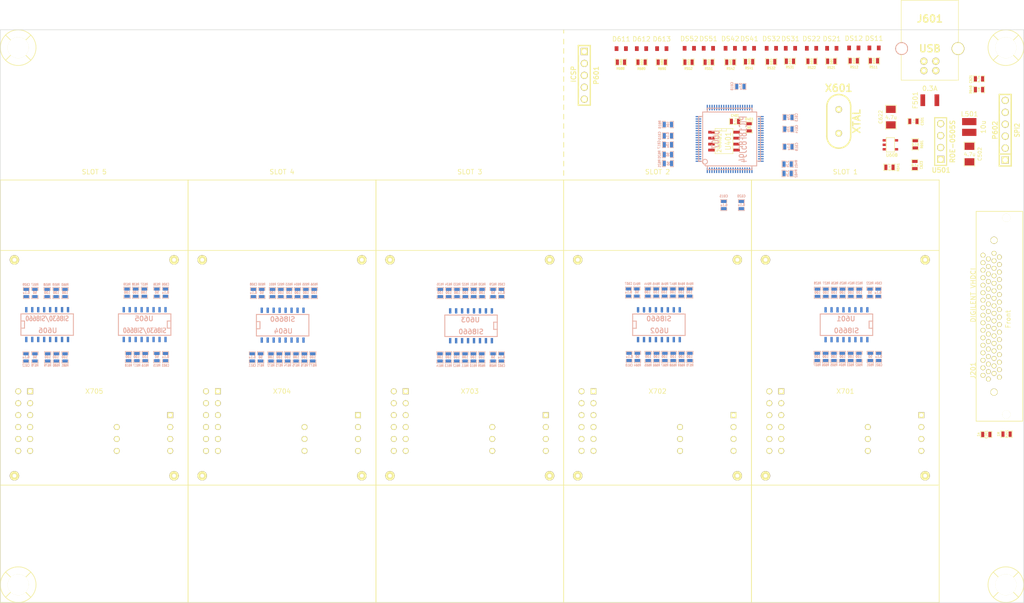
<source format=kicad_pcb>
(kicad_pcb (version 3) (host pcbnew "(2013-07-07 BZR 4022)-stable")
  (title_block (title "Serial Expansion Motherboard") (company TimVideos))
  (layers (15 F.Cu signal) (0 B.Cu signal) (18 B.Paste user) (19 F.Paste user) (20 B.SilkS user) (21 F.SilkS user) (22 B.Mask user) (23 F.Mask user) (28 Edge.Cuts user))
  (net 0 "")
  (net 1 +3.3V)
  (net 2 +5V)
  (net 3 +5V_ISO)
  (net 4 "/DTE - Atlys VHDCI/SCL")
  (net 5 "/DTE - Atlys VHDCI/SDA")
  (net 6 "/DTE - Atlys VHDCI/SDI_FPGA")
  (net 7 "/DTE - PIC18 USB/LED_P")
  (net 8 "/DTE - PIC18 USB/LED_Q")
  (net 9 "/DTE - PIC18 USB/LED_R")
  (net 10 "/DTE - PIC18 USB/PGC")
  (net 11 "/DTE - PIC18 USB/PGD")
  (net 12 "/DTE - PIC18 USB/SCK1")
  (net 13 "/DTE - PIC18 USB/SCK2_HEADER")
  (net 14 "/DTE - PIC18 USB/SDI1")
  (net 15 "/DTE - PIC18 USB/SDI2_HEADER")
  (net 16 "/DTE - PIC18 USB/SDO2_HEADER")
  (net 17 "/DTE - PIC18 USB/SLOT1_LED1")
  (net 18 "/DTE - PIC18 USB/SLOT1_LED2")
  (net 19 "/DTE - PIC18 USB/SLOT2_LED1")
  (net 20 "/DTE - PIC18 USB/SLOT2_LED2")
  (net 21 "/DTE - PIC18 USB/SLOT3_LED1")
  (net 22 "/DTE - PIC18 USB/SLOT3_LED2")
  (net 23 "/DTE - PIC18 USB/SLOT4_LED1")
  (net 24 "/DTE - PIC18 USB/SLOT4_LED2")
  (net 25 "/DTE - PIC18 USB/SLOT5_LED1")
  (net 26 "/DTE - PIC18 USB/SLOT5_LED2")
  (net 27 "/DTE - PIC18 USB/SS1")
  (net 28 "/DTE - PIC18 USB/SS2_HEADER")
  (net 29 "/Serial Expansion Motherboard/Data isolation/IN0_A")
  (net 30 "/Serial Expansion Motherboard/Data isolation/IN0_B")
  (net 31 "/Serial Expansion Motherboard/Data isolation/IN10_A")
  (net 32 "/Serial Expansion Motherboard/Data isolation/IN11_A")
  (net 33 "/Serial Expansion Motherboard/Data isolation/IN12_A")
  (net 34 "/Serial Expansion Motherboard/Data isolation/IN12_B")
  (net 35 "/Serial Expansion Motherboard/Data isolation/IN13_A")
  (net 36 "/Serial Expansion Motherboard/Data isolation/IN14_A")
  (net 37 "/Serial Expansion Motherboard/Data isolation/IN1_A")
  (net 38 "/Serial Expansion Motherboard/Data isolation/IN2_A")
  (net 39 "/Serial Expansion Motherboard/Data isolation/IN3_A")
  (net 40 "/Serial Expansion Motherboard/Data isolation/IN3_B")
  (net 41 "/Serial Expansion Motherboard/Data isolation/IN4_A")
  (net 42 "/Serial Expansion Motherboard/Data isolation/IN5_A")
  (net 43 "/Serial Expansion Motherboard/Data isolation/IN6_A")
  (net 44 "/Serial Expansion Motherboard/Data isolation/IN6_B")
  (net 45 "/Serial Expansion Motherboard/Data isolation/IN7_A")
  (net 46 "/Serial Expansion Motherboard/Data isolation/IN8_A")
  (net 47 "/Serial Expansion Motherboard/Data isolation/IN9_A")
  (net 48 "/Serial Expansion Motherboard/Data isolation/IN9_B")
  (net 49 "/Serial Expansion Motherboard/Data isolation/OUT0_A")
  (net 50 "/Serial Expansion Motherboard/Data isolation/OUT0_B")
  (net 51 "/Serial Expansion Motherboard/Data isolation/OUT10_A")
  (net 52 "/Serial Expansion Motherboard/Data isolation/OUT10_B")
  (net 53 "/Serial Expansion Motherboard/Data isolation/OUT11_A")
  (net 54 "/Serial Expansion Motherboard/Data isolation/OUT12_A")
  (net 55 "/Serial Expansion Motherboard/Data isolation/OUT12_B")
  (net 56 "/Serial Expansion Motherboard/Data isolation/OUT13_A")
  (net 57 "/Serial Expansion Motherboard/Data isolation/OUT13_B")
  (net 58 "/Serial Expansion Motherboard/Data isolation/OUT14_A")
  (net 59 "/Serial Expansion Motherboard/Data isolation/OUT1_A")
  (net 60 "/Serial Expansion Motherboard/Data isolation/OUT1_B")
  (net 61 "/Serial Expansion Motherboard/Data isolation/OUT2_A")
  (net 62 "/Serial Expansion Motherboard/Data isolation/OUT3_A")
  (net 63 "/Serial Expansion Motherboard/Data isolation/OUT3_B")
  (net 64 "/Serial Expansion Motherboard/Data isolation/OUT4_A")
  (net 65 "/Serial Expansion Motherboard/Data isolation/OUT4_B")
  (net 66 "/Serial Expansion Motherboard/Data isolation/OUT5_A")
  (net 67 "/Serial Expansion Motherboard/Data isolation/OUT6_A")
  (net 68 "/Serial Expansion Motherboard/Data isolation/OUT6_B")
  (net 69 "/Serial Expansion Motherboard/Data isolation/OUT7_A")
  (net 70 "/Serial Expansion Motherboard/Data isolation/OUT8_A")
  (net 71 "/Serial Expansion Motherboard/Data isolation/OUT9_A")
  (net 72 "/Serial Expansion Motherboard/Data isolation/OUT9_B")
  (net 73 "/Serial Expansion Motherboard/Daughterboard slots/CTS0_ISO")
  (net 74 "/Serial Expansion Motherboard/Daughterboard slots/CTS1_ISO")
  (net 75 "/Serial Expansion Motherboard/Daughterboard slots/CTS2_ISO")
  (net 76 "/Serial Expansion Motherboard/Daughterboard slots/CTS3_ISO")
  (net 77 "/Serial Expansion Motherboard/Daughterboard slots/CTS4_ISO")
  (net 78 "/Serial Expansion Motherboard/Daughterboard slots/DSR0_ISO")
  (net 79 "/Serial Expansion Motherboard/Daughterboard slots/DSR1_ISO")
  (net 80 "/Serial Expansion Motherboard/Daughterboard slots/DSR2_ISO")
  (net 81 "/Serial Expansion Motherboard/Daughterboard slots/DSR3_ISO")
  (net 82 "/Serial Expansion Motherboard/Daughterboard slots/DSR4_ISO")
  (net 83 "/Serial Expansion Motherboard/Daughterboard slots/DTR0_ISO")
  (net 84 "/Serial Expansion Motherboard/Daughterboard slots/DTR1_ISO")
  (net 85 "/Serial Expansion Motherboard/Daughterboard slots/DTR2_ISO")
  (net 86 "/Serial Expansion Motherboard/Daughterboard slots/DTR3_ISO")
  (net 87 "/Serial Expansion Motherboard/Daughterboard slots/DTR4_ISO")
  (net 88 GND)
  (net 89 GND_ISO)
  (net 90 N-00000100)
  (net 91 N-00000101)
  (net 92 N-00000102)
  (net 93 N-00000103)
  (net 94 N-00000104)
  (net 95 N-00000105)
  (net 96 N-00000106)
  (net 97 N-00000107)
  (net 98 N-00000108)
  (net 99 N-00000109)
  (net 100 N-00000110)
  (net 101 N-00000111)
  (net 102 N-00000112)
  (net 103 N-00000113)
  (net 104 N-00000114)
  (net 105 N-00000115)
  (net 106 N-00000116)
  (net 107 N-00000117)
  (net 108 N-00000118)
  (net 109 N-00000119)
  (net 110 N-00000120)
  (net 111 N-00000121)
  (net 112 N-00000122)
  (net 113 N-00000123)
  (net 114 N-00000124)
  (net 115 N-00000125)
  (net 116 N-00000126)
  (net 117 N-00000127)
  (net 118 N-00000128)
  (net 119 N-00000129)
  (net 120 N-00000130)
  (net 121 N-00000131)
  (net 122 N-00000132)
  (net 123 N-00000133)
  (net 124 N-00000134)
  (net 125 N-00000135)
  (net 126 N-00000136)
  (net 127 N-00000137)
  (net 128 N-00000138)
  (net 129 N-00000139)
  (net 130 N-00000140)
  (net 131 N-00000141)
  (net 132 N-00000142)
  (net 133 N-00000143)
  (net 134 N-00000144)
  (net 135 N-00000145)
  (net 136 N-00000146)
  (net 137 N-00000147)
  (net 138 N-00000148)
  (net 139 N-00000149)
  (net 140 N-00000150)
  (net 141 N-00000151)
  (net 142 N-00000152)
  (net 143 N-00000153)
  (net 144 N-00000154)
  (net 145 N-00000155)
  (net 146 N-00000156)
  (net 147 N-00000159)
  (net 148 N-00000160)
  (net 149 N-00000161)
  (net 150 N-00000172)
  (net 151 N-00000173)
  (net 152 N-00000174)
  (net 153 N-00000175)
  (net 154 N-00000176)
  (net 155 N-00000177)
  (net 156 N-00000178)
  (net 157 N-00000179)
  (net 158 N-00000180)
  (net 159 N-00000181)
  (net 160 N-00000182)
  (net 161 N-00000183)
  (net 162 N-00000184)
  (net 163 N-00000195)
  (net 164 N-00000196)
  (net 165 N-0000041)
  (net 166 N-0000060)
  (net 167 N-0000061)
  (net 168 N-0000063)
  (net 169 N-0000064)
  (net 170 N-0000065)
  (net 171 N-0000073)
  (net 172 N-0000076)
  (net 173 N-0000077)
  (net 174 N-0000078)
  (net 175 N-0000079)
  (net 176 N-0000080)
  (net 177 N-0000081)
  (net 178 N-0000083)
  (net 179 N-0000085)
  (net 180 N-0000088)
  (net 181 N-0000089)
  (net 182 N-000009)
  (net 183 N-0000090)
  (net 184 N-0000091)
  (net 185 N-0000092)
  (net 186 N-0000093)
  (net 187 N-0000094)
  (net 188 N-0000097)
  (net 189 N-0000098)
  (net 190 N-0000099)
  (module VHDCI (layer F.Cu) (at 255.675 112.175 90)
    (fp_text reference J201 (at 4.59 -4.45 90) (layer F.SilkS))
    (fp_text value "DIGILENT VHDCI" (at 20.658 -4.439 90) (layer F.SilkS))
    (fp_text user Front (at 15.52 3 90) (layer F.SilkS))
    (pad 51 thru_hole circle (at 15.97 1.15 90) (size 1 1) (drill 0.65) (layers *.Cu *.Mask F.SilkS) (net 2 +5V))
    (pad 49 thru_hole circle (at 14.37 1.15 90) (size 1 1) (drill 0.65) (layers *.Cu *.Mask F.SilkS) (net 36 "/Serial Expansion Motherboard/Data isolation/IN14_A"))
    (pad 47 thru_hole circle (at 12.77 1.15 90) (size 1 1) (drill 0.65) (layers *.Cu *.Mask F.SilkS) (net 56 "/Serial Expansion Motherboard/Data isolation/OUT13_A"))
    (pad 45 thru_hole circle (at 11.17 1.15 90) (size 1 1) (drill 0.65) (layers *.Cu *.Mask F.SilkS) (net 88 GND))
    (pad 43 thru_hole circle (at 9.57 1.15 90) (size 1 1) (drill 0.65) (layers *.Cu *.Mask F.SilkS) (net 33 "/Serial Expansion Motherboard/Data isolation/IN12_A"))
    (pad 41 thru_hole circle (at 7.97 1.15 90) (size 1 1) (drill 0.65) (layers *.Cu *.Mask F.SilkS) (net 53 "/Serial Expansion Motherboard/Data isolation/OUT11_A"))
    (pad 39 thru_hole circle (at 6.37 1.15 90) (size 1 1) (drill 0.65) (layers *.Cu *.Mask F.SilkS) (net 88 GND))
    (pad 37 thru_hole circle (at 4.77 1.15 90) (size 1 1) (drill 0.65) (layers *.Cu *.Mask F.SilkS) (net 31 "/Serial Expansion Motherboard/Data isolation/IN10_A"))
    (pad 35 thru_hole circle (at 3.175 1.15 90) (size 1 1) (drill 0.65) (layers *.Cu *.Mask F.SilkS) (net 71 "/Serial Expansion Motherboard/Data isolation/OUT9_A"))
    (pad 53 thru_hole circle (at 17.57 1.15 90) (size 1 1) (drill 0.65) (layers *.Cu *.Mask F.SilkS) (net 1 +3.3V))
    (pad 55 thru_hole circle (at 19.17 1.15 90) (size 1 1) (drill 0.65) (layers *.Cu *.Mask F.SilkS) (net 88 GND))
    (pad 57 thru_hole circle (at 20.77 1.15 90) (size 1 1) (drill 0.65) (layers *.Cu *.Mask F.SilkS))
    (pad 59 thru_hole circle (at 22.37 1.15 90) (size 1 1) (drill 0.65) (layers *.Cu *.Mask F.SilkS))
    (pad 61 thru_hole circle (at 23.97 1.15 90) (size 1 1) (drill 0.65) (layers *.Cu *.Mask F.SilkS) (net 88 GND))
    (pad 63 thru_hole circle (at 25.57 1.15 90) (size 1 1) (drill 0.65) (layers *.Cu *.Mask F.SilkS) (net 6 "/DTE - Atlys VHDCI/SDI_FPGA"))
    (pad 65 thru_hole circle (at 27.17 1.15 90) (size 1 1) (drill 0.65) (layers *.Cu *.Mask F.SilkS) (net 12 "/DTE - PIC18 USB/SCK1"))
    (pad 67 thru_hole circle (at 28.77 1.15 90) (size 1 1) (drill 0.65) (layers *.Cu *.Mask F.SilkS) (net 88 GND))
    (pad 68 thru_hole circle (at 29.57 0 90) (size 1 1) (drill 0.65) (layers *.Cu *.Mask F.SilkS) (net 4 "/DTE - Atlys VHDCI/SCL"))
    (pad 66 thru_hole circle (at 27.97 0 90) (size 1 1) (drill 0.65) (layers *.Cu *.Mask F.SilkS) (net 27 "/DTE - PIC18 USB/SS1"))
    (pad 64 thru_hole circle (at 26.37 0 90) (size 1 1) (drill 0.65) (layers *.Cu *.Mask F.SilkS) (net 88 GND))
    (pad 62 thru_hole circle (at 24.77 0 90) (size 1 1) (drill 0.65) (layers *.Cu *.Mask F.SilkS) (net 14 "/DTE - PIC18 USB/SDI1"))
    (pad 60 thru_hole circle (at 23.17 0 90) (size 1 1) (drill 0.65) (layers *.Cu *.Mask F.SilkS))
    (pad 58 thru_hole circle (at 21.57 0 90) (size 1 1) (drill 0.65) (layers *.Cu *.Mask F.SilkS) (net 88 GND))
    (pad 56 thru_hole circle (at 19.97 0 90) (size 1 1) (drill 0.65) (layers *.Cu *.Mask F.SilkS))
    (pad 54 thru_hole circle (at 18.37 0 90) (size 1 1) (drill 0.65) (layers *.Cu *.Mask F.SilkS) (net 58 "/Serial Expansion Motherboard/Data isolation/OUT14_A"))
    (pad 36 thru_hole circle (at 3.97 0 90) (size 1 1) (drill 0.65) (layers *.Cu *.Mask F.SilkS) (net 88 GND))
    (pad 38 thru_hole circle (at 5.57 0 90) (size 1 1) (drill 0.65) (layers *.Cu *.Mask F.SilkS) (net 51 "/Serial Expansion Motherboard/Data isolation/OUT10_A"))
    (pad 40 thru_hole circle (at 7.17 0 90) (size 1 1) (drill 0.65) (layers *.Cu *.Mask F.SilkS) (net 32 "/Serial Expansion Motherboard/Data isolation/IN11_A"))
    (pad 42 thru_hole circle (at 8.77 0 90) (size 1 1) (drill 0.65) (layers *.Cu *.Mask F.SilkS) (net 88 GND))
    (pad 44 thru_hole circle (at 10.37 0 90) (size 1 1) (drill 0.65) (layers *.Cu *.Mask F.SilkS) (net 54 "/Serial Expansion Motherboard/Data isolation/OUT12_A"))
    (pad 46 thru_hole circle (at 11.97 0 90) (size 1 1) (drill 0.65) (layers *.Cu *.Mask F.SilkS) (net 35 "/Serial Expansion Motherboard/Data isolation/IN13_A"))
    (pad 48 thru_hole circle (at 13.57 0 90) (size 1 1) (drill 0.65) (layers *.Cu *.Mask F.SilkS) (net 88 GND))
    (pad 50 thru_hole circle (at 15.17 0 90) (size 1 1) (drill 0.65) (layers *.Cu *.Mask F.SilkS) (net 1 +3.3V))
    (pad 52 thru_hole circle (at 16.77 0 90) (size 1 1) (drill 0.65) (layers *.Cu *.Mask F.SilkS) (net 2 +5V))
    (pad 18 thru_hole circle (at 16.37 -2.35 90) (size 1 1) (drill 0.65) (layers *.Cu *.Mask F.SilkS) (net 2 +5V))
    (pad 16 thru_hole circle (at 14.77 -2.35 90) (size 1 1) (drill 0.65) (layers *.Cu *.Mask F.SilkS) (net 1 +3.3V))
    (pad 14 thru_hole circle (at 13.17 -2.35 90) (size 1 1) (drill 0.65) (layers *.Cu *.Mask F.SilkS) (net 88 GND))
    (pad 12 thru_hole circle (at 11.57 -2.35 90) (size 1 1) (drill 0.65) (layers *.Cu *.Mask F.SilkS) (net 62 "/Serial Expansion Motherboard/Data isolation/OUT3_A"))
    (pad 10 thru_hole circle (at 9.97 -2.35 90) (size 1 1) (drill 0.65) (layers *.Cu *.Mask F.SilkS) (net 39 "/Serial Expansion Motherboard/Data isolation/IN3_A"))
    (pad 8 thru_hole circle (at 8.37 -2.35 90) (size 1 1) (drill 0.65) (layers *.Cu *.Mask F.SilkS) (net 88 GND))
    (pad 6 thru_hole circle (at 6.77 -2.35 90) (size 1 1) (drill 0.65) (layers *.Cu *.Mask F.SilkS) (net 59 "/Serial Expansion Motherboard/Data isolation/OUT1_A"))
    (pad 4 thru_hole circle (at 5.17 -2.35 90) (size 1 1) (drill 0.65) (layers *.Cu *.Mask F.SilkS) (net 37 "/Serial Expansion Motherboard/Data isolation/IN1_A"))
    (pad 2 thru_hole circle (at 3.57 -2.35 90) (size 1 1) (drill 0.65) (layers *.Cu *.Mask F.SilkS) (net 88 GND))
    (pad 20 thru_hole circle (at 17.97 -2.35 90) (size 1 1) (drill 0.65) (layers *.Cu *.Mask F.SilkS) (net 42 "/Serial Expansion Motherboard/Data isolation/IN5_A"))
    (pad 22 thru_hole circle (at 19.57 -2.35 90) (size 1 1) (drill 0.65) (layers *.Cu *.Mask F.SilkS) (net 66 "/Serial Expansion Motherboard/Data isolation/OUT5_A"))
    (pad 24 thru_hole circle (at 21.17 -2.35 90) (size 1 1) (drill 0.65) (layers *.Cu *.Mask F.SilkS) (net 88 GND))
    (pad 26 thru_hole circle (at 22.77 -2.35 90) (size 1 1) (drill 0.65) (layers *.Cu *.Mask F.SilkS) (net 45 "/Serial Expansion Motherboard/Data isolation/IN7_A"))
    (pad 28 thru_hole circle (at 24.37 -2.35 90) (size 1 1) (drill 0.65) (layers *.Cu *.Mask F.SilkS) (net 69 "/Serial Expansion Motherboard/Data isolation/OUT7_A"))
    (pad 30 thru_hole circle (at 25.97 -2.35 90) (size 1 1) (drill 0.65) (layers *.Cu *.Mask F.SilkS) (net 88 GND))
    (pad 32 thru_hole circle (at 27.57 -2.35 90) (size 1 1) (drill 0.65) (layers *.Cu *.Mask F.SilkS) (net 47 "/Serial Expansion Motherboard/Data isolation/IN9_A"))
    (pad 34 thru_hole circle (at 29.17 -2.35 90) (size 1 1) (drill 0.65) (layers *.Cu *.Mask F.SilkS) (net 5 "/DTE - Atlys VHDCI/SDA"))
    (pad 33 thru_hole circle (at 28.37 -1.2 90) (size 1 1) (drill 0.65) (layers *.Cu *.Mask F.SilkS) (net 88 GND))
    (pad 31 thru_hole circle (at 26.77 -1.2 90) (size 1 1) (drill 0.65) (layers *.Cu *.Mask F.SilkS) (net 70 "/Serial Expansion Motherboard/Data isolation/OUT8_A"))
    (pad 29 thru_hole circle (at 25.17 -1.2 90) (size 1 1) (drill 0.65) (layers *.Cu *.Mask F.SilkS) (net 46 "/Serial Expansion Motherboard/Data isolation/IN8_A"))
    (pad 27 thru_hole circle (at 23.57 -1.2 90) (size 1 1) (drill 0.65) (layers *.Cu *.Mask F.SilkS) (net 88 GND))
    (pad 25 thru_hole circle (at 21.97 -1.2 90) (size 1 1) (drill 0.65) (layers *.Cu *.Mask F.SilkS) (net 67 "/Serial Expansion Motherboard/Data isolation/OUT6_A"))
    (pad 23 thru_hole circle (at 20.37 -1.2 90) (size 1 1) (drill 0.65) (layers *.Cu *.Mask F.SilkS) (net 43 "/Serial Expansion Motherboard/Data isolation/IN6_A"))
    (pad 21 thru_hole circle (at 18.77 -1.2 90) (size 1 1) (drill 0.65) (layers *.Cu *.Mask F.SilkS) (net 88 GND))
    (pad 19 thru_hole circle (at 17.17 -1.2 90) (size 1 1) (drill 0.65) (layers *.Cu *.Mask F.SilkS) (net 1 +3.3V))
    (pad 1 thru_hole circle (at 2.775 -1.2 90) (size 1 1) (drill 0.65) (layers *.Cu *.Mask F.SilkS) (net 29 "/Serial Expansion Motherboard/Data isolation/IN0_A"))
    (pad 3 thru_hole circle (at 4.37 -1.2 90) (size 1 1) (drill 0.65) (layers *.Cu *.Mask F.SilkS) (net 49 "/Serial Expansion Motherboard/Data isolation/OUT0_A"))
    (pad 5 thru_hole circle (at 5.97 -1.2 90) (size 1 1) (drill 0.65) (layers *.Cu *.Mask F.SilkS) (net 88 GND))
    (pad 7 thru_hole circle (at 7.57 -1.2 90) (size 1 1) (drill 0.65) (layers *.Cu *.Mask F.SilkS) (net 38 "/Serial Expansion Motherboard/Data isolation/IN2_A"))
    (pad 9 thru_hole circle (at 9.17 -1.2 90) (size 1 1) (drill 0.65) (layers *.Cu *.Mask F.SilkS) (net 61 "/Serial Expansion Motherboard/Data isolation/OUT2_A"))
    (pad 11 thru_hole circle (at 10.77 -1.2 90) (size 1 1) (drill 0.65) (layers *.Cu *.Mask F.SilkS) (net 88 GND))
    (pad 13 thru_hole circle (at 12.37 -1.2 90) (size 1 1) (drill 0.65) (layers *.Cu *.Mask F.SilkS) (net 41 "/Serial Expansion Motherboard/Data isolation/IN4_A"))
    (pad 15 thru_hole circle (at 13.97 -1.2 90) (size 1 1) (drill 0.65) (layers *.Cu *.Mask F.SilkS) (net 64 "/Serial Expansion Motherboard/Data isolation/OUT4_A"))
    (pad 17 thru_hole circle (at 15.57 -1.2 90) (size 1 1) (drill 0.65) (layers *.Cu *.Mask F.SilkS) (net 2 +5V))
    (pad S1 thru_hole circle (at 0 0 90) (size 1.5 1.5) (drill 1.2) (layers *.Cu *.Mask F.SilkS) (net 165 N-0000041))
    (pad "" np_thru_hole circle (at -4.77 2.625 90) (size 1.75 1.75) (drill 1.75) (layers *.Cu *.Mask F.SilkS))
    (pad "" np_thru_hole circle (at 37.13 2.625 90) (size 1.75 1.75) (drill 1.75) (layers *.Cu *.Mask F.SilkS))
    (pad S2 thru_hole circle (at 32.35 0 90) (size 1.5 1.5) (drill 1.2) (layers *.Cu *.Mask F.SilkS) (net 165 N-0000041))
  )
  (module PIN_ARRAY_4x1 (layer F.Cu) (at 244.3 58.8 90)
    (fp_text reference U501 (at -6.1 0.1 180) (layer F.SilkS) (effects (font (size 1.016 1.016) (thickness 0.2032))))
    (fp_text value ROE-0505S (at 0 2.54 90) (layer F.SilkS) (effects (font (size 1.016 1.016) (thickness 0.2032))))
    (pad 1 thru_hole rect (at -3.81 0 90) (size 1.524 1.524) (drill 1.016) (layers *.Cu *.Mask F.SilkS) (net 88 GND))
    (pad 2 thru_hole circle (at -1.27 0 90) (size 1.524 1.524) (drill 1.016) (layers *.Cu *.Mask F.SilkS) (net 164 N-00000196))
    (pad 3 thru_hole circle (at 1.27 0 90) (size 1.524 1.524) (drill 1.016) (layers *.Cu *.Mask F.SilkS) (net 89 GND_ISO))
    (pad 4 thru_hole circle (at 3.81 0 90) (size 1.524 1.524) (drill 1.016) (layers *.Cu *.Mask F.SilkS) (net 163 N-00000195))
  )
  (module PIN_ARRAY-6X1 (layer F.Cu) (at 258.064 56.388 90)
    (fp_text reference P602 (at 0 -2.159 90) (layer F.SilkS) (effects (font (size 1.016 1.016) (thickness 0.2032))))
    (fp_text value SPI2 (at 0 2.54 90) (layer F.SilkS) (effects (font (size 1.016 0.889) (thickness 0.2032))))
    (pad 1 thru_hole rect (at -6.35 0 90) (size 1.524 1.524) (drill 1.016) (layers *.Cu *.Mask F.SilkS) (net 1 +3.3V))
    (pad 2 thru_hole circle (at -3.81 0 90) (size 1.524 1.524) (drill 1.016) (layers *.Cu *.Mask F.SilkS) (net 16 "/DTE - PIC18 USB/SDO2_HEADER"))
    (pad 3 thru_hole circle (at -1.27 0 90) (size 1.524 1.524) (drill 1.016) (layers *.Cu *.Mask F.SilkS) (net 15 "/DTE - PIC18 USB/SDI2_HEADER"))
    (pad 4 thru_hole circle (at 1.27 0 90) (size 1.524 1.524) (drill 1.016) (layers *.Cu *.Mask F.SilkS) (net 13 "/DTE - PIC18 USB/SCK2_HEADER"))
    (pad 5 thru_hole circle (at 3.81 0 90) (size 1.524 1.524) (drill 1.016) (layers *.Cu *.Mask F.SilkS) (net 28 "/DTE - PIC18 USB/SS2_HEADER"))
    (pad 6 thru_hole circle (at 6.35 0 90) (size 1.524 1.524) (drill 1.016) (layers *.Cu *.Mask F.SilkS) (net 88 GND))
  )
  (module PIN_ARRAY_5x1 (layer F.Cu) (at 168.4 44.7 270)
    (fp_text reference P601 (at 0 -2.54 270) (layer F.SilkS) (effects (font (size 1.016 1.016) (thickness 0.2032))))
    (fp_text value ICSP (at -0.254 2.286 270) (layer F.SilkS) (effects (font (size 1.016 1.016) (thickness 0.2032))))
    (pad 1 thru_hole rect (at -5.08 0 270) (size 1.524 1.524) (drill 1.016) (layers *.Cu *.Mask F.SilkS) (net 180 N-0000088))
    (pad 2 thru_hole circle (at -2.54 0 270) (size 1.524 1.524) (drill 1.016) (layers *.Cu *.Mask F.SilkS) (net 1 +3.3V))
    (pad 3 thru_hole circle (at 0 0 270) (size 1.524 1.524) (drill 1.016) (layers *.Cu *.Mask F.SilkS) (net 88 GND))
    (pad 4 thru_hole circle (at 2.54 0 270) (size 1.524 1.524) (drill 1.016) (layers *.Cu *.Mask F.SilkS) (net 11 "/DTE - PIC18 USB/PGD"))
    (pad 5 thru_hole circle (at 5.08 0 270) (size 1.524 1.524) (drill 1.016) (layers *.Cu *.Mask F.SilkS) (net 10 "/DTE - PIC18 USB/PGC"))
  )
  (module VQFP80 (layer B.Cu) (at 199.375 58.245 270)
    (fp_text reference U607 (at 0.0762 2.9718 270) (layer B.SilkS) (effects (font (size 1.524 1.016) (thickness 0.20066)) (justify mirror)))
    (fp_text value PIC18F85J94 (at 0.0762 -2.8448 270) (layer B.SilkS) (effects (font (size 1.524 1.016) (thickness 0.20066)) (justify mirror)))
    (pad 80 smd rect (at 6.67004 4.7752 180) (size 0.254 1.19888) (layers B.Cu B.Paste B.Mask) (net 58 "/Serial Expansion Motherboard/Data isolation/OUT14_A"))
    (pad 61 smd rect (at 6.67004 -4.7244 180) (size 0.254 1.19888) (layers B.Cu B.Paste B.Mask))
    (pad 62 smd rect (at 6.67004 -4.2164 180) (size 0.254 1.19888) (layers B.Cu B.Paste B.Mask))
    (pad 63 smd rect (at 6.67004 -3.7084 180) (size 0.254 1.19888) (layers B.Cu B.Paste B.Mask) (net 69 "/Serial Expansion Motherboard/Data isolation/OUT7_A"))
    (pad 64 smd rect (at 6.67004 -3.2258 180) (size 0.254 1.19888) (layers B.Cu B.Paste B.Mask) (net 45 "/Serial Expansion Motherboard/Data isolation/IN7_A"))
    (pad 65 smd rect (at 6.67004 -2.7178 180) (size 0.254 1.19888) (layers B.Cu B.Paste B.Mask) (net 43 "/Serial Expansion Motherboard/Data isolation/IN6_A"))
    (pad 66 smd rect (at 6.67004 -2.2098 180) (size 0.254 1.19888) (layers B.Cu B.Paste B.Mask) (net 67 "/Serial Expansion Motherboard/Data isolation/OUT6_A"))
    (pad 67 smd rect (at 6.67004 -1.7018 180) (size 0.254 1.19888) (layers B.Cu B.Paste B.Mask) (net 70 "/Serial Expansion Motherboard/Data isolation/OUT8_A"))
    (pad 68 smd rect (at 6.67004 -1.2192 180) (size 0.254 1.19888) (layers B.Cu B.Paste B.Mask) (net 46 "/Serial Expansion Motherboard/Data isolation/IN8_A"))
    (pad 69 smd rect (at 6.67004 -0.7112 180) (size 0.254 1.19888) (layers B.Cu B.Paste B.Mask) (net 15 "/DTE - PIC18 USB/SDI2_HEADER"))
    (pad 70 smd rect (at 6.67004 -0.2032 180) (size 0.254 1.19888) (layers B.Cu B.Paste B.Mask) (net 88 GND))
    (pad 71 smd rect (at 6.67004 0.2794 180) (size 0.254 1.19888) (layers B.Cu B.Paste B.Mask) (net 1 +3.3V))
    (pad 72 smd rect (at 6.67004 0.7874 180) (size 0.254 1.19888) (layers B.Cu B.Paste B.Mask) (net 7 "/DTE - PIC18 USB/LED_P"))
    (pad 73 smd rect (at 6.67004 1.2954 180) (size 0.254 1.19888) (layers B.Cu B.Paste B.Mask) (net 51 "/Serial Expansion Motherboard/Data isolation/OUT10_A"))
    (pad 74 smd rect (at 6.67004 1.778 180) (size 0.254 1.19888) (layers B.Cu B.Paste B.Mask) (net 31 "/Serial Expansion Motherboard/Data isolation/IN10_A"))
    (pad 75 smd rect (at 6.67004 2.286 180) (size 0.254 1.19888) (layers B.Cu B.Paste B.Mask) (net 47 "/Serial Expansion Motherboard/Data isolation/IN9_A"))
    (pad 76 smd rect (at 6.67004 2.794 180) (size 0.254 1.19888) (layers B.Cu B.Paste B.Mask) (net 71 "/Serial Expansion Motherboard/Data isolation/OUT9_A"))
    (pad 77 smd rect (at 6.67004 3.2766 180) (size 0.254 1.19888) (layers B.Cu B.Paste B.Mask) (net 53 "/Serial Expansion Motherboard/Data isolation/OUT11_A"))
    (pad 78 smd rect (at 6.67004 3.7846 180) (size 0.254 1.19888) (layers B.Cu B.Paste B.Mask) (net 32 "/Serial Expansion Motherboard/Data isolation/IN11_A"))
    (pad 79 smd rect (at 6.67004 4.2926 180) (size 0.254 1.19888) (layers B.Cu B.Paste B.Mask) (net 36 "/Serial Expansion Motherboard/Data isolation/IN14_A"))
    (pad 60 smd rect (at 4.73964 -6.63448 270) (size 0.254 1.19888) (layers B.Cu B.Paste B.Mask))
    (pad 51 smd rect (at 0.23876 -6.63448 270) (size 0.254 1.19888) (layers B.Cu B.Paste B.Mask) (net 88 GND))
    (pad 52 smd rect (at 0.74168 -6.63448 270) (size 0.254 1.19888) (layers B.Cu B.Paste B.Mask) (net 10 "/DTE - PIC18 USB/PGC"))
    (pad 53 smd rect (at 1.23952 -6.63448 270) (size 0.254 1.19888) (layers B.Cu B.Paste B.Mask) (net 64 "/Serial Expansion Motherboard/Data isolation/OUT4_A"))
    (pad 54 smd rect (at 1.73736 -6.63448 270) (size 0.254 1.19888) (layers B.Cu B.Paste B.Mask) (net 41 "/Serial Expansion Motherboard/Data isolation/IN4_A"))
    (pad 55 smd rect (at 2.24028 -6.63448 270) (size 0.254 1.19888) (layers B.Cu B.Paste B.Mask) (net 39 "/Serial Expansion Motherboard/Data isolation/IN3_A"))
    (pad 56 smd rect (at 2.73812 -6.63448 270) (size 0.254 1.19888) (layers B.Cu B.Paste B.Mask) (net 62 "/Serial Expansion Motherboard/Data isolation/OUT3_A"))
    (pad 57 smd rect (at 3.24104 -6.63448 270) (size 0.254 1.19888) (layers B.Cu B.Paste B.Mask) (net 66 "/Serial Expansion Motherboard/Data isolation/OUT5_A"))
    (pad 58 smd rect (at 3.73888 -6.63448 270) (size 0.254 1.19888) (layers B.Cu B.Paste B.Mask) (net 42 "/Serial Expansion Motherboard/Data isolation/IN5_A"))
    (pad 59 smd rect (at 4.2418 -6.63448 270) (size 0.254 1.19888) (layers B.Cu B.Paste B.Mask))
    (pad 45 smd rect (at -2.75844 -6.63448 270) (size 0.254 1.19888) (layers B.Cu B.Paste B.Mask) (net 5 "/DTE - Atlys VHDCI/SDA"))
    (pad 46 smd rect (at -2.2606 -6.63448 270) (size 0.254 1.19888) (layers B.Cu B.Paste B.Mask) (net 20 "/DTE - PIC18 USB/SLOT2_LED2"))
    (pad 47 smd rect (at -1.76276 -6.63448 270) (size 0.254 1.19888) (layers B.Cu B.Paste B.Mask) (net 11 "/DTE - PIC18 USB/PGD"))
    (pad 48 smd rect (at -1.25984 -6.63448 270) (size 0.254 1.19888) (layers B.Cu B.Paste B.Mask) (net 1 +3.3V))
    (pad 49 smd rect (at -0.762 -6.63448 270) (size 0.254 1.19888) (layers B.Cu B.Paste B.Mask) (net 186 N-0000093))
    (pad 50 smd rect (at -0.25908 -6.63448 270) (size 0.254 1.19888) (layers B.Cu B.Paste B.Mask) (net 185 N-0000092))
    (pad 44 smd rect (at -3.26136 -6.63448 270) (size 0.254 1.19888) (layers B.Cu B.Paste B.Mask) (net 4 "/DTE - Atlys VHDCI/SCL"))
    (pad 43 smd rect (at -3.7592 -6.63448 270) (size 0.254 1.19888) (layers B.Cu B.Paste B.Mask) (net 19 "/DTE - PIC18 USB/SLOT2_LED1"))
    (pad 42 smd rect (at -4.26212 -6.63448 270) (size 0.254 1.19888) (layers B.Cu B.Paste B.Mask))
    (pad 41 smd rect (at -4.75996 -6.63448 270) (size 0.254 1.19888) (layers B.Cu B.Paste B.Mask))
    (pad 1 smd rect (at 4.74472 6.67004 270) (size 0.254 1.19888) (layers B.Cu B.Paste B.Mask) (net 33 "/Serial Expansion Motherboard/Data isolation/IN12_A"))
    (pad 2 smd rect (at 4.23672 6.67004 270) (size 0.254 1.19888) (layers B.Cu B.Paste B.Mask) (net 54 "/Serial Expansion Motherboard/Data isolation/OUT12_A"))
    (pad 3 smd rect (at 3.75412 6.67004 270) (size 0.254 1.19888) (layers B.Cu B.Paste B.Mask) (net 6 "/DTE - Atlys VHDCI/SDI_FPGA"))
    (pad 4 smd rect (at 3.24612 6.67004 270) (size 0.254 1.19888) (layers B.Cu B.Paste B.Mask) (net 14 "/DTE - PIC18 USB/SDI1"))
    (pad 5 smd rect (at 2.73812 6.67004 270) (size 0.254 1.19888) (layers B.Cu B.Paste B.Mask) (net 27 "/DTE - PIC18 USB/SS1"))
    (pad 6 smd rect (at 2.25552 6.67004 270) (size 0.254 1.19888) (layers B.Cu B.Paste B.Mask) (net 12 "/DTE - PIC18 USB/SCK1"))
    (pad 7 smd rect (at 1.74752 6.67004 270) (size 0.254 1.19888) (layers B.Cu B.Paste B.Mask) (net 13 "/DTE - PIC18 USB/SCK2_HEADER"))
    (pad 8 smd rect (at 1.23952 6.67004 270) (size 0.254 1.19888) (layers B.Cu B.Paste B.Mask) (net 28 "/DTE - PIC18 USB/SS2_HEADER"))
    (pad 9 smd rect (at 0.75692 6.67004 270) (size 0.254 1.19888) (layers B.Cu B.Paste B.Mask) (net 180 N-0000088))
    (pad 10 smd rect (at 0.24892 6.67004 270) (size 0.254 1.19888) (layers B.Cu B.Paste B.Mask) (net 16 "/DTE - PIC18 USB/SDO2_HEADER"))
    (pad 11 smd rect (at -0.25908 6.67004 270) (size 0.254 1.19888) (layers B.Cu B.Paste B.Mask) (net 88 GND))
    (pad 12 smd rect (at -0.76708 6.67004 270) (size 0.254 1.19888) (layers B.Cu B.Paste B.Mask) (net 181 N-0000089))
    (pad 13 smd rect (at -1.24968 6.67004 270) (size 0.254 1.19888) (layers B.Cu B.Paste B.Mask) (net 24 "/DTE - PIC18 USB/SLOT4_LED2"))
    (pad 14 smd rect (at -1.75768 6.67004 270) (size 0.254 1.19888) (layers B.Cu B.Paste B.Mask) (net 23 "/DTE - PIC18 USB/SLOT4_LED1"))
    (pad 15 smd rect (at -2.26568 6.67004 270) (size 0.254 1.19888) (layers B.Cu B.Paste B.Mask) (net 9 "/DTE - PIC18 USB/LED_R"))
    (pad 16 smd rect (at -2.74828 6.67004 270) (size 0.254 1.19888) (layers B.Cu B.Paste B.Mask) (net 172 N-0000076))
    (pad 17 smd rect (at -3.25628 6.67004 270) (size 0.254 1.19888) (layers B.Cu B.Paste B.Mask) (net 170 N-0000065))
    (pad 18 smd rect (at -3.76428 6.67004 270) (size 0.254 1.19888) (layers B.Cu B.Paste B.Mask) (net 8 "/DTE - PIC18 USB/LED_Q"))
    (pad 19 smd rect (at -4.24688 6.67004 270) (size 0.254 1.19888) (layers B.Cu B.Paste B.Mask) (net 26 "/DTE - PIC18 USB/SLOT5_LED2"))
    (pad 20 smd rect (at -4.75488 6.67004 270) (size 0.254 1.19888) (layers B.Cu B.Paste B.Mask) (net 25 "/DTE - PIC18 USB/SLOT5_LED1"))
    (pad 21 smd rect (at -6.67004 4.7752 180) (size 0.254 1.19888) (layers B.Cu B.Paste B.Mask) (net 56 "/Serial Expansion Motherboard/Data isolation/OUT13_A"))
    (pad 22 smd rect (at -6.67004 4.2672 180) (size 0.254 1.19888) (layers B.Cu B.Paste B.Mask) (net 35 "/Serial Expansion Motherboard/Data isolation/IN13_A"))
    (pad 23 smd rect (at -6.67004 3.76428 180) (size 0.254 1.19888) (layers B.Cu B.Paste B.Mask) (net 1 +3.3V))
    (pad 24 smd rect (at -6.67004 3.26136 180) (size 0.254 1.19888) (layers B.Cu B.Paste B.Mask))
    (pad 25 smd rect (at -6.67004 2.76352 180) (size 0.254 1.19888) (layers B.Cu B.Paste B.Mask) (net 183 N-0000090))
    (pad 26 smd rect (at -6.67004 2.26568 180) (size 0.254 1.19888) (layers B.Cu B.Paste B.Mask) (net 88 GND))
    (pad 27 smd rect (at -6.67004 1.76784 180) (size 0.254 1.19888) (layers B.Cu B.Paste B.Mask) (net 49 "/Serial Expansion Motherboard/Data isolation/OUT0_A"))
    (pad 28 smd rect (at -6.67004 1.27 180) (size 0.254 1.19888) (layers B.Cu B.Paste B.Mask) (net 29 "/Serial Expansion Motherboard/Data isolation/IN0_A"))
    (pad 29 smd rect (at -6.67004 0.762 180) (size 0.254 1.19888) (layers B.Cu B.Paste B.Mask) (net 61 "/Serial Expansion Motherboard/Data isolation/OUT2_A"))
    (pad 30 smd rect (at -6.67004 0.26416 180) (size 0.254 1.19888) (layers B.Cu B.Paste B.Mask) (net 38 "/Serial Expansion Motherboard/Data isolation/IN2_A"))
    (pad 31 smd rect (at -6.67004 -0.23368 180) (size 0.254 1.19888) (layers B.Cu B.Paste B.Mask) (net 88 GND))
    (pad 32 smd rect (at -6.67004 -0.7366 180) (size 0.254 1.19888) (layers B.Cu B.Paste B.Mask) (net 1 +3.3V))
    (pad 33 smd rect (at -6.67004 -1.23444 180) (size 0.254 1.19888) (layers B.Cu B.Paste B.Mask) (net 59 "/Serial Expansion Motherboard/Data isolation/OUT1_A"))
    (pad 34 smd rect (at -6.67004 -1.73736 180) (size 0.254 1.19888) (layers B.Cu B.Paste B.Mask) (net 37 "/Serial Expansion Motherboard/Data isolation/IN1_A"))
    (pad 35 smd rect (at -6.67004 -2.2352 180) (size 0.254 1.19888) (layers B.Cu B.Paste B.Mask) (net 18 "/DTE - PIC18 USB/SLOT1_LED2"))
    (pad 36 smd rect (at -6.67004 -2.73304 180) (size 0.254 1.19888) (layers B.Cu B.Paste B.Mask) (net 17 "/DTE - PIC18 USB/SLOT1_LED1"))
    (pad 37 smd rect (at -6.67004 -3.23596 180) (size 0.254 1.19888) (layers B.Cu B.Paste B.Mask) (net 21 "/DTE - PIC18 USB/SLOT3_LED1"))
    (pad 38 smd rect (at -6.67004 -3.7338 180) (size 0.254 1.19888) (layers B.Cu B.Paste B.Mask) (net 22 "/DTE - PIC18 USB/SLOT3_LED2"))
    (pad 39 smd rect (at -6.67004 -4.23672 180) (size 0.254 1.19888) (layers B.Cu B.Paste B.Mask))
    (pad 40 smd rect (at -6.67004 -4.73456 180) (size 0.254 1.19888) (layers B.Cu B.Paste B.Mask))
  )
  (module Vishay_SMD_MiniLED (layer F.Cu) (at 190.762 38.939 180)
    (fp_text reference DS52 (at 0 2.032 180) (layer F.SilkS))
    (fp_text value LED hide)
    (pad 1 smd rect (at -1 0 180) (size 0.8 1) (layers F.Cu F.Paste F.Mask) (net 168 N-0000063))
    (pad 2 smd rect (at 1 0 180) (size 0.8 1) (layers F.Cu F.Paste F.Mask) (net 88 GND))
  )
  (module Vishay_SMD_MiniLED (layer F.Cu) (at 203.554 38.939 180)
    (fp_text reference DS41 (at 0 2.032 180) (layer F.SilkS))
    (fp_text value LED hide)
    (pad 1 smd rect (at -1 0 180) (size 0.8 1) (layers F.Cu F.Paste F.Mask) (net 184 N-0000091))
    (pad 2 smd rect (at 1 0 180) (size 0.8 1) (layers F.Cu F.Paste F.Mask) (net 88 GND))
  )
  (module Vishay_SMD_MiniLED (layer F.Cu) (at 199.49 38.939 180)
    (fp_text reference DS42 (at 0 2.032 180) (layer F.SilkS))
    (fp_text value LED hide)
    (pad 1 smd rect (at -1 0 180) (size 0.8 1) (layers F.Cu F.Paste F.Mask) (net 187 N-0000094))
    (pad 2 smd rect (at 1 0 180) (size 0.8 1) (layers F.Cu F.Paste F.Mask) (net 88 GND))
  )
  (module Vishay_SMD_MiniLED (layer F.Cu) (at 208.245 38.939 180)
    (fp_text reference DS32 (at 0 2.032 180) (layer F.SilkS))
    (fp_text value LED hide)
    (pad 1 smd rect (at -1 0 180) (size 0.8 1) (layers F.Cu F.Paste F.Mask) (net 188 N-0000097))
    (pad 2 smd rect (at 1 0 180) (size 0.8 1) (layers F.Cu F.Paste F.Mask) (net 88 GND))
  )
  (module Vishay_SMD_MiniLED (layer F.Cu) (at 212.309 38.939 180)
    (fp_text reference DS31 (at 0 2.032 180) (layer F.SilkS))
    (fp_text value LED hide)
    (pad 1 smd rect (at -1 0 180) (size 0.8 1) (layers F.Cu F.Paste F.Mask) (net 189 N-0000098))
    (pad 2 smd rect (at 1 0 180) (size 0.8 1) (layers F.Cu F.Paste F.Mask) (net 88 GND))
  )
  (module Vishay_SMD_MiniLED (layer F.Cu) (at 194.826 38.939 180)
    (fp_text reference DS51 (at 0 2.032 180) (layer F.SilkS))
    (fp_text value LED hide)
    (pad 1 smd rect (at -1 0 180) (size 0.8 1) (layers F.Cu F.Paste F.Mask) (net 171 N-0000073))
    (pad 2 smd rect (at 1 0 180) (size 0.8 1) (layers F.Cu F.Paste F.Mask) (net 88 GND))
  )
  (module Vishay_SMD_MiniLED (layer F.Cu) (at 216.8 38.939 180)
    (fp_text reference DS22 (at 0 2.032 180) (layer F.SilkS))
    (fp_text value LED hide)
    (pad 1 smd rect (at -1 0 180) (size 0.8 1) (layers F.Cu F.Paste F.Mask) (net 190 N-0000099))
    (pad 2 smd rect (at 1 0 180) (size 0.8 1) (layers F.Cu F.Paste F.Mask) (net 88 GND))
  )
  (module Vishay_SMD_MiniLED (layer F.Cu) (at 180.58 39.0025 180)
    (fp_text reference D612 (at 0 2.032 180) (layer F.SilkS))
    (fp_text value LED hide)
    (pad 1 smd rect (at -1 0 180) (size 0.8 1) (layers F.Cu F.Paste F.Mask) (net 167 N-0000061))
    (pad 2 smd rect (at 1 0 180) (size 0.8 1) (layers F.Cu F.Paste F.Mask) (net 88 GND))
  )
  (module Vishay_SMD_MiniLED (layer F.Cu) (at 176.262 39.0025 180)
    (fp_text reference D611 (at 0 2.032 180) (layer F.SilkS))
    (fp_text value LED hide)
    (pad 1 smd rect (at -1 0 180) (size 0.8 1) (layers F.Cu F.Paste F.Mask) (net 169 N-0000064))
    (pad 2 smd rect (at 1 0 180) (size 0.8 1) (layers F.Cu F.Paste F.Mask) (net 88 GND))
  )
  (module Vishay_SMD_MiniLED (layer F.Cu) (at 221.118 38.939 180)
    (fp_text reference DS21 (at 0 2.032 180) (layer F.SilkS))
    (fp_text value LED hide)
    (pad 1 smd rect (at -1 0 180) (size 0.8 1) (layers F.Cu F.Paste F.Mask) (net 90 N-00000100))
    (pad 2 smd rect (at 1 0 180) (size 0.8 1) (layers F.Cu F.Paste F.Mask) (net 88 GND))
  )
  (module Vishay_SMD_MiniLED (layer F.Cu) (at 230.124 38.862 180)
    (fp_text reference DS11 (at 0 2.032 180) (layer F.SilkS))
    (fp_text value LED hide)
    (pad 1 smd rect (at -1 0 180) (size 0.8 1) (layers F.Cu F.Paste F.Mask) (net 177 N-0000081))
    (pad 2 smd rect (at 1 0 180) (size 0.8 1) (layers F.Cu F.Paste F.Mask) (net 88 GND))
  )
  (module Vishay_SMD_MiniLED (layer F.Cu) (at 225.806 38.862 180)
    (fp_text reference DS12 (at 0 2.032 180) (layer F.SilkS))
    (fp_text value LED hide)
    (pad 1 smd rect (at -1 0 180) (size 0.8 1) (layers F.Cu F.Paste F.Mask) (net 179 N-0000085))
    (pad 2 smd rect (at 1 0 180) (size 0.8 1) (layers F.Cu F.Paste F.Mask) (net 88 GND))
  )
  (module Vishay_SMD_MiniLED (layer F.Cu) (at 184.898 39.0025 180)
    (fp_text reference D613 (at 0 2.032 180) (layer F.SilkS))
    (fp_text value LED hide)
    (pad 1 smd rect (at -1 0 180) (size 0.8 1) (layers F.Cu F.Paste F.Mask) (net 166 N-0000060))
    (pad 2 smd rect (at 1 0 180) (size 0.8 1) (layers F.Cu F.Paste F.Mask) (net 88 GND))
  )
  (module USB_B (layer F.Cu) (at 242 39 180)
    (fp_text reference J601 (at 0 6.35 180) (layer F.SilkS) (effects (font (size 1.524 1.524) (thickness 0.3048))))
    (fp_text value USB (at 0 0 180) (layer F.SilkS) (effects (font (size 1.524 1.524) (thickness 0.3048))))
    (pad 1 thru_hole circle (at 1.27 -4.699 180) (size 1.524 1.524) (drill 0.8128) (layers *.Cu *.Mask F.SilkS) (net 175 N-0000079))
    (pad 2 thru_hole circle (at -1.27 -4.699 180) (size 1.524 1.524) (drill 0.8128) (layers *.Cu *.Mask F.SilkS) (net 174 N-0000078))
    (pad 3 thru_hole circle (at -1.27 -2.70002 180) (size 1.524 1.524) (drill 0.8128) (layers *.Cu *.Mask F.SilkS) (net 173 N-0000077))
    (pad 4 thru_hole circle (at 1.27 -2.70002 180) (size 1.524 1.524) (drill 0.8128) (layers *.Cu *.Mask F.SilkS) (net 88 GND))
    (pad 5 np_thru_hole circle (at 5.99948 0 180) (size 2.70002 2.70002) (drill 2.30124) (layers *.Cu *.SilkS *.Mask) (net 178 N-0000083))
    (pad 6 thru_hole circle (at -5.99948 0 180) (size 2.70002 2.70002) (drill 2.30124) (layers *.Cu *.Mask F.SilkS) (net 178 N-0000083))
  )
  (module SOT23-5 (layer F.Cu) (at 233.6 59.5 270)
    (fp_text reference U608 (at 2.19964 -0.29972 360) (layer F.SilkS) (effects (font (size 0.635 0.635) (thickness 0.127))))
    (fp_text value AAT3221IGV-3.3-T1 hide)
    (pad 1 smd rect (at -0.9525 1.27 270) (size 0.508 0.762) (layers F.Cu F.Paste F.Mask) (net 2 +5V))
    (pad 3 smd rect (at 0.9525 1.27 270) (size 0.508 0.762) (layers F.Cu F.Paste F.Mask) (net 2 +5V))
    (pad 5 smd rect (at -0.9525 -1.27 270) (size 0.508 0.762) (layers F.Cu F.Paste F.Mask) (net 176 N-0000080))
    (pad 2 smd rect (at 0 1.27 270) (size 0.508 0.762) (layers F.Cu F.Paste F.Mask) (net 88 GND))
    (pad 4 smd rect (at 0.9525 -1.27 270) (size 0.508 0.762) (layers F.Cu F.Paste F.Mask))
  )
  (module SO8E (layer F.Cu) (at 198.1575 58.7137 270)
    (fp_text reference U401 (at 0 -0.889 270) (layer F.SilkS) (effects (font (size 1.143 1) (thickness 0.1524))))
    (fp_text value 24AA014 (at 0 1.016 270) (layer F.SilkS) (effects (font (size 0.889 0.75) (thickness 0.1524))))
    (pad 8 smd rect (at -1.905 -2.667 270) (size 0.59944 1.39954) (layers F.Cu F.Paste F.Mask) (net 182 N-000009))
    (pad 1 smd rect (at -1.905 2.667 270) (size 0.59944 1.39954) (layers F.Cu F.Paste F.Mask) (net 88 GND))
    (pad 7 smd rect (at -0.635 -2.667 270) (size 0.59944 1.39954) (layers F.Cu F.Paste F.Mask) (net 88 GND))
    (pad 6 smd rect (at 0.635 -2.667 270) (size 0.59944 1.39954) (layers F.Cu F.Paste F.Mask) (net 5 "/DTE - Atlys VHDCI/SDA"))
    (pad 5 smd rect (at 1.905 -2.667 270) (size 0.59944 1.39954) (layers F.Cu F.Paste F.Mask) (net 4 "/DTE - Atlys VHDCI/SCL"))
    (pad 2 smd rect (at -0.635 2.667 270) (size 0.59944 1.39954) (layers F.Cu F.Paste F.Mask) (net 88 GND))
    (pad 3 smd rect (at 0.635 2.667 270) (size 0.59944 1.39954) (layers F.Cu F.Paste F.Mask) (net 88 GND))
    (pad 4 smd rect (at 1.905 2.667 270) (size 0.59944 1.39954) (layers F.Cu F.Paste F.Mask) (net 88 GND))
  )
  (module SO16N (layer B.Cu) (at 144.265 98.047 180)
    (fp_text reference U603 (at 0.127 1.27 180) (layer B.SilkS) (effects (font (size 1.016 1.016) (thickness 0.2032)) (justify mirror)))
    (fp_text value SI8660 (at 0 -1.27 180) (layer B.SilkS) (effects (font (size 1.016 1.016) (thickness 0.2032)) (justify mirror)))
    (pad 16 smd rect (at -4.445 3.175 180) (size 0.508 1.143) (layers B.Cu B.Paste B.Mask) (net 161 N-00000183))
    (pad 14 smd rect (at -1.905 3.175 180) (size 0.508 1.143) (layers B.Cu B.Paste B.Mask) (net 107 N-00000117))
    (pad 13 smd rect (at -0.635 3.175 180) (size 0.508 1.143) (layers B.Cu B.Paste B.Mask) (net 112 N-00000122))
    (pad 12 smd rect (at 0.635 3.175 180) (size 0.508 1.143) (layers B.Cu B.Paste B.Mask) (net 111 N-00000121))
    (pad 11 smd rect (at 1.905 3.175 180) (size 0.508 1.143) (layers B.Cu B.Paste B.Mask) (net 150 N-00000172))
    (pad 10 smd rect (at 3.175 3.175 180) (size 0.508 1.143) (layers B.Cu B.Paste B.Mask) (net 110 N-00000120))
    (pad 9 smd rect (at 4.445 3.175 180) (size 0.508 1.143) (layers B.Cu B.Paste B.Mask) (net 89 GND_ISO))
    (pad 8 smd rect (at 4.445 -3.175 180) (size 0.508 1.143) (layers B.Cu B.Paste B.Mask) (net 88 GND))
    (pad 7 smd rect (at 3.175 -3.175 180) (size 0.508 1.143) (layers B.Cu B.Paste B.Mask) (net 101 N-00000111))
    (pad 6 smd rect (at 1.905 -3.175 180) (size 0.508 1.143) (layers B.Cu B.Paste B.Mask) (net 140 N-00000150))
    (pad 5 smd rect (at 0.635 -3.175 180) (size 0.508 1.143) (layers B.Cu B.Paste B.Mask) (net 124 N-00000134))
    (pad 4 smd rect (at -0.635 -3.175 180) (size 0.508 1.143) (layers B.Cu B.Paste B.Mask) (net 98 N-00000108))
    (pad 3 smd rect (at -1.905 -3.175 180) (size 0.508 1.143) (layers B.Cu B.Paste B.Mask) (net 99 N-00000109))
    (pad 2 smd rect (at -3.175 -3.175 180) (size 0.508 1.143) (layers B.Cu B.Paste B.Mask) (net 100 N-00000110))
    (pad 1 smd rect (at -4.445 -3.175 180) (size 0.508 1.143) (layers B.Cu B.Paste B.Mask) (net 159 N-00000181))
    (pad 15 smd rect (at -3.175 3.175 180) (size 0.508 1.143) (layers B.Cu B.Paste B.Mask) (net 113 N-00000123))
  )
  (module SO16N (layer B.Cu) (at 224.241 97.82 180)
    (fp_text reference U601 (at 0.127 1.27 180) (layer B.SilkS) (effects (font (size 1.016 1.016) (thickness 0.2032)) (justify mirror)))
    (fp_text value SI8660 (at 0 -1.27 180) (layer B.SilkS) (effects (font (size 1.016 1.016) (thickness 0.2032)) (justify mirror)))
    (pad 16 smd rect (at -4.445 3.175 180) (size 0.508 1.143) (layers B.Cu B.Paste B.Mask) (net 158 N-00000180))
    (pad 14 smd rect (at -1.905 3.175 180) (size 0.508 1.143) (layers B.Cu B.Paste B.Mask) (net 138 N-00000148))
    (pad 13 smd rect (at -0.635 3.175 180) (size 0.508 1.143) (layers B.Cu B.Paste B.Mask) (net 134 N-00000144))
    (pad 12 smd rect (at 0.635 3.175 180) (size 0.508 1.143) (layers B.Cu B.Paste B.Mask) (net 137 N-00000147))
    (pad 11 smd rect (at 1.905 3.175 180) (size 0.508 1.143) (layers B.Cu B.Paste B.Mask) (net 136 N-00000146))
    (pad 10 smd rect (at 3.175 3.175 180) (size 0.508 1.143) (layers B.Cu B.Paste B.Mask) (net 135 N-00000145))
    (pad 9 smd rect (at 4.445 3.175 180) (size 0.508 1.143) (layers B.Cu B.Paste B.Mask) (net 89 GND_ISO))
    (pad 8 smd rect (at 4.445 -3.175 180) (size 0.508 1.143) (layers B.Cu B.Paste B.Mask) (net 88 GND))
    (pad 7 smd rect (at 3.175 -3.175 180) (size 0.508 1.143) (layers B.Cu B.Paste B.Mask) (net 106 N-00000116))
    (pad 6 smd rect (at 1.905 -3.175 180) (size 0.508 1.143) (layers B.Cu B.Paste B.Mask) (net 102 N-00000112))
    (pad 5 smd rect (at 0.635 -3.175 180) (size 0.508 1.143) (layers B.Cu B.Paste B.Mask) (net 97 N-00000107))
    (pad 4 smd rect (at -0.635 -3.175 180) (size 0.508 1.143) (layers B.Cu B.Paste B.Mask) (net 103 N-00000113))
    (pad 3 smd rect (at -1.905 -3.175 180) (size 0.508 1.143) (layers B.Cu B.Paste B.Mask) (net 104 N-00000114))
    (pad 2 smd rect (at -3.175 -3.175 180) (size 0.508 1.143) (layers B.Cu B.Paste B.Mask) (net 105 N-00000115))
    (pad 1 smd rect (at -4.445 -3.175 180) (size 0.508 1.143) (layers B.Cu B.Paste B.Mask) (net 160 N-00000182))
    (pad 15 smd rect (at -3.175 3.175 180) (size 0.508 1.143) (layers B.Cu B.Paste B.Mask) (net 139 N-00000149))
  )
  (module SO16N (layer B.Cu) (at 184.288 97.82)
    (fp_text reference U602 (at 0.127 1.27) (layer B.SilkS) (effects (font (size 1.016 1.016) (thickness 0.2032)) (justify mirror)))
    (fp_text value SI8660 (at 0 -1.27) (layer B.SilkS) (effects (font (size 1.016 1.016) (thickness 0.2032)) (justify mirror)))
    (pad 16 smd rect (at -4.445 3.175) (size 0.508 1.143) (layers B.Cu B.Paste B.Mask) (net 156 N-00000178))
    (pad 14 smd rect (at -1.905 3.175) (size 0.508 1.143) (layers B.Cu B.Paste B.Mask) (net 129 N-00000139))
    (pad 13 smd rect (at -0.635 3.175) (size 0.508 1.143) (layers B.Cu B.Paste B.Mask) (net 130 N-00000140))
    (pad 12 smd rect (at 0.635 3.175) (size 0.508 1.143) (layers B.Cu B.Paste B.Mask) (net 131 N-00000141))
    (pad 11 smd rect (at 1.905 3.175) (size 0.508 1.143) (layers B.Cu B.Paste B.Mask) (net 132 N-00000142))
    (pad 10 smd rect (at 3.175 3.175) (size 0.508 1.143) (layers B.Cu B.Paste B.Mask) (net 133 N-00000143))
    (pad 9 smd rect (at 4.445 3.175) (size 0.508 1.143) (layers B.Cu B.Paste B.Mask) (net 88 GND))
    (pad 8 smd rect (at 4.445 -3.175) (size 0.508 1.143) (layers B.Cu B.Paste B.Mask) (net 89 GND_ISO))
    (pad 7 smd rect (at 3.175 -3.175) (size 0.508 1.143) (layers B.Cu B.Paste B.Mask) (net 146 N-00000156))
    (pad 6 smd rect (at 1.905 -3.175) (size 0.508 1.143) (layers B.Cu B.Paste B.Mask) (net 145 N-00000155))
    (pad 5 smd rect (at 0.635 -3.175) (size 0.508 1.143) (layers B.Cu B.Paste B.Mask) (net 144 N-00000154))
    (pad 4 smd rect (at -0.635 -3.175) (size 0.508 1.143) (layers B.Cu B.Paste B.Mask) (net 143 N-00000153))
    (pad 3 smd rect (at -1.905 -3.175) (size 0.508 1.143) (layers B.Cu B.Paste B.Mask) (net 142 N-00000152))
    (pad 2 smd rect (at -3.175 -3.175) (size 0.508 1.143) (layers B.Cu B.Paste B.Mask) (net 141 N-00000151))
    (pad 1 smd rect (at -4.445 -3.175) (size 0.508 1.143) (layers B.Cu B.Paste B.Mask) (net 154 N-00000176))
    (pad 15 smd rect (at -3.175 3.175) (size 0.508 1.143) (layers B.Cu B.Paste B.Mask) (net 128 N-00000138))
  )
  (module SO16N (layer B.Cu) (at 104.133 97.92)
    (fp_text reference U604 (at 0.127 1.27) (layer B.SilkS) (effects (font (size 1.016 1.016) (thickness 0.2032)) (justify mirror)))
    (fp_text value SI8660 (at 0 -1.27) (layer B.SilkS) (effects (font (size 1.016 1.016) (thickness 0.2032)) (justify mirror)))
    (pad 16 smd rect (at -4.445 3.175) (size 0.508 1.143) (layers B.Cu B.Paste B.Mask) (net 157 N-00000179))
    (pad 14 smd rect (at -1.905 3.175) (size 0.508 1.143) (layers B.Cu B.Paste B.Mask) (net 95 N-00000105))
    (pad 13 smd rect (at -0.635 3.175) (size 0.508 1.143) (layers B.Cu B.Paste B.Mask) (net 94 N-00000104))
    (pad 12 smd rect (at 0.635 3.175) (size 0.508 1.143) (layers B.Cu B.Paste B.Mask) (net 93 N-00000103))
    (pad 11 smd rect (at 1.905 3.175) (size 0.508 1.143) (layers B.Cu B.Paste B.Mask) (net 92 N-00000102))
    (pad 10 smd rect (at 3.175 3.175) (size 0.508 1.143) (layers B.Cu B.Paste B.Mask) (net 91 N-00000101))
    (pad 9 smd rect (at 4.445 3.175) (size 0.508 1.143) (layers B.Cu B.Paste B.Mask) (net 88 GND))
    (pad 8 smd rect (at 4.445 -3.175) (size 0.508 1.143) (layers B.Cu B.Paste B.Mask) (net 89 GND_ISO))
    (pad 7 smd rect (at 3.175 -3.175) (size 0.508 1.143) (layers B.Cu B.Paste B.Mask) (net 121 N-00000131))
    (pad 6 smd rect (at 1.905 -3.175) (size 0.508 1.143) (layers B.Cu B.Paste B.Mask) (net 122 N-00000132))
    (pad 5 smd rect (at 0.635 -3.175) (size 0.508 1.143) (layers B.Cu B.Paste B.Mask) (net 123 N-00000133))
    (pad 4 smd rect (at -0.635 -3.175) (size 0.508 1.143) (layers B.Cu B.Paste B.Mask) (net 117 N-00000127))
    (pad 3 smd rect (at -1.905 -3.175) (size 0.508 1.143) (layers B.Cu B.Paste B.Mask) (net 125 N-00000135))
    (pad 2 smd rect (at -3.175 -3.175) (size 0.508 1.143) (layers B.Cu B.Paste B.Mask) (net 126 N-00000136))
    (pad 1 smd rect (at -4.445 -3.175) (size 0.508 1.143) (layers B.Cu B.Paste B.Mask) (net 151 N-00000173))
    (pad 15 smd rect (at -3.175 3.175) (size 0.508 1.143) (layers B.Cu B.Paste B.Mask) (net 96 N-00000106))
  )
  (module SO16N (layer B.Cu) (at 74.737 97.793 180)
    (fp_text reference U605 (at 0.127 1.27 180) (layer B.SilkS) (effects (font (size 1.016 1.016) (thickness 0.2032)) (justify mirror)))
    (fp_text value SI8630/SI8660 (at 0 -1.27 180) (layer B.SilkS) (effects (font (size 1.016 0.8) (thickness 0.2)) (justify mirror)))
    (pad 16 smd rect (at -4.445 3.175 180) (size 0.508 1.143) (layers B.Cu B.Paste B.Mask) (net 155 N-00000177))
    (pad 14 smd rect (at -1.905 3.175 180) (size 0.508 1.143) (layers B.Cu B.Paste B.Mask) (net 109 N-00000119))
    (pad 13 smd rect (at -0.635 3.175 180) (size 0.508 1.143) (layers B.Cu B.Paste B.Mask) (net 108 N-00000118))
    (pad 12 smd rect (at 0.635 3.175 180) (size 0.508 1.143) (layers B.Cu B.Paste B.Mask) (net 127 N-00000137))
    (pad 11 smd rect (at 1.905 3.175 180) (size 0.508 1.143) (layers B.Cu B.Paste B.Mask))
    (pad 10 smd rect (at 3.175 3.175 180) (size 0.508 1.143) (layers B.Cu B.Paste B.Mask))
    (pad 9 smd rect (at 4.445 3.175 180) (size 0.508 1.143) (layers B.Cu B.Paste B.Mask) (net 89 GND_ISO))
    (pad 8 smd rect (at 4.445 -3.175 180) (size 0.508 1.143) (layers B.Cu B.Paste B.Mask) (net 88 GND))
    (pad 7 smd rect (at 3.175 -3.175 180) (size 0.508 1.143) (layers B.Cu B.Paste B.Mask))
    (pad 6 smd rect (at 1.905 -3.175 180) (size 0.508 1.143) (layers B.Cu B.Paste B.Mask))
    (pad 5 smd rect (at 0.635 -3.175 180) (size 0.508 1.143) (layers B.Cu B.Paste B.Mask) (net 114 N-00000124))
    (pad 4 smd rect (at -0.635 -3.175 180) (size 0.508 1.143) (layers B.Cu B.Paste B.Mask) (net 115 N-00000125))
    (pad 3 smd rect (at -1.905 -3.175 180) (size 0.508 1.143) (layers B.Cu B.Paste B.Mask) (net 116 N-00000126))
    (pad 2 smd rect (at -3.175 -3.175 180) (size 0.508 1.143) (layers B.Cu B.Paste B.Mask))
    (pad 1 smd rect (at -4.445 -3.175 180) (size 0.508 1.143) (layers B.Cu B.Paste B.Mask) (net 162 N-00000184))
    (pad 15 smd rect (at -3.175 3.175 180) (size 0.508 1.143) (layers B.Cu B.Paste B.Mask))
  )
  (module SO16N (layer B.Cu) (at 53.968 97.793)
    (fp_text reference U606 (at 0.127 1.27) (layer B.SilkS) (effects (font (size 1.016 1.016) (thickness 0.2032)) (justify mirror)))
    (fp_text value SI8630/SI8660 (at 0 -1.27) (layer B.SilkS) (effects (font (size 1.016 0.8) (thickness 0.2)) (justify mirror)))
    (pad 16 smd rect (at -4.445 3.175) (size 0.508 1.143) (layers B.Cu B.Paste B.Mask) (net 152 N-00000174))
    (pad 14 smd rect (at -1.905 3.175) (size 0.508 1.143) (layers B.Cu B.Paste B.Mask) (net 147 N-00000159))
    (pad 13 smd rect (at -0.635 3.175) (size 0.508 1.143) (layers B.Cu B.Paste B.Mask) (net 148 N-00000160))
    (pad 12 smd rect (at 0.635 3.175) (size 0.508 1.143) (layers B.Cu B.Paste B.Mask) (net 149 N-00000161))
    (pad 11 smd rect (at 1.905 3.175) (size 0.508 1.143) (layers B.Cu B.Paste B.Mask))
    (pad 10 smd rect (at 3.175 3.175) (size 0.508 1.143) (layers B.Cu B.Paste B.Mask))
    (pad 9 smd rect (at 4.445 3.175) (size 0.508 1.143) (layers B.Cu B.Paste B.Mask) (net 88 GND))
    (pad 8 smd rect (at 4.445 -3.175) (size 0.508 1.143) (layers B.Cu B.Paste B.Mask) (net 89 GND_ISO))
    (pad 7 smd rect (at 3.175 -3.175) (size 0.508 1.143) (layers B.Cu B.Paste B.Mask))
    (pad 6 smd rect (at 1.905 -3.175) (size 0.508 1.143) (layers B.Cu B.Paste B.Mask))
    (pad 5 smd rect (at 0.635 -3.175) (size 0.508 1.143) (layers B.Cu B.Paste B.Mask) (net 118 N-00000128))
    (pad 4 smd rect (at -0.635 -3.175) (size 0.508 1.143) (layers B.Cu B.Paste B.Mask) (net 119 N-00000129))
    (pad 3 smd rect (at -1.905 -3.175) (size 0.508 1.143) (layers B.Cu B.Paste B.Mask) (net 120 N-00000130))
    (pad 2 smd rect (at -3.175 -3.175) (size 0.508 1.143) (layers B.Cu B.Paste B.Mask))
    (pad 1 smd rect (at -4.445 -3.175) (size 0.508 1.143) (layers B.Cu B.Paste B.Mask) (net 153 N-00000175))
    (pad 15 smd rect (at -3.175 3.175) (size 0.508 1.143) (layers B.Cu B.Paste B.Mask))
  )
  (module SM1206 (layer F.Cu) (at 250.444 61.468 270)
    (fp_text reference C502 (at 0 -2.2 270) (layer F.SilkS) (effects (font (size 0.762 0.762) (thickness 0.127))))
    (fp_text value 4.7u (at 0.05 -0.05 360) (layer F.SilkS) (effects (font (size 0.762 0.762) (thickness 0.127))))
    (pad 1 smd rect (at -1.651 0 270) (size 1.524 2.032) (layers F.Cu F.Paste F.Mask) (net 3 +5V_ISO))
    (pad 2 smd rect (at 1.651 0 270) (size 1.524 2.032) (layers F.Cu F.Paste F.Mask) (net 89 GND_ISO))
  )
  (module SM1206 (layer F.Cu) (at 233.7 53.6 90)
    (fp_text reference C622 (at 0.0381 -2.1844 90) (layer F.SilkS) (effects (font (size 0.762 0.762) (thickness 0.127))))
    (fp_text value 4.7u (at -0.05 0.05 180) (layer F.SilkS) (effects (font (size 0.762 0.762) (thickness 0.127))))
    (pad 1 smd rect (at -1.651 0 90) (size 1.524 2.032) (layers F.Cu F.Paste F.Mask) (net 2 +5V))
    (pad 2 smd rect (at 1.651 0 90) (size 1.524 2.032) (layers F.Cu F.Paste F.Mask) (net 88 GND))
  )
  (module SM0603_Resistor (layer B.Cu) (at 54.095 104.778 270)
    (fp_text reference R679 (at 1.7145 0 540) (layer B.SilkS) (effects (font (size 0.50038 0.4) (thickness 0.1)) (justify mirror)))
    (fp_text value 100 (at -0.0635 0 540) (layer B.SilkS) (effects (font (size 0.508 0.4572) (thickness 0.1143)) (justify mirror)))
    (pad 1 smd rect (at -0.762 0 270) (size 0.635 1.143) (layers B.Cu B.Paste B.Mask) (net 147 N-00000159))
    (pad 2 smd rect (at 0.762 0 270) (size 0.635 1.143) (layers B.Cu B.Paste B.Mask) (net 54 "/Serial Expansion Motherboard/Data isolation/OUT12_A"))
  )
  (module SM0603_Resistor (layer B.Cu) (at 186.205 63.475 180)
    (fp_text reference R621 (at 1.8 0 450) (layer B.SilkS) (effects (font (size 0.50038 0.4572) (thickness 0.1143)) (justify mirror)))
    (fp_text value 50 (at -0.1 0 450) (layer B.SilkS) (effects (font (size 0.508 0.4572) (thickness 0.1143)) (justify mirror)))
    (pad 1 smd rect (at -0.762 0 180) (size 0.635 1.143) (layers B.Cu B.Paste B.Mask) (net 170 N-0000065))
    (pad 2 smd rect (at 0.762 0 180) (size 0.635 1.143) (layers B.Cu B.Paste B.Mask) (net 174 N-0000078))
  )
  (module SM0603_Resistor (layer B.Cu) (at 55.9365 104.778 270)
    (fp_text reference R680 (at 1.7145 0 540) (layer B.SilkS) (effects (font (size 0.50038 0.4) (thickness 0.1)) (justify mirror)))
    (fp_text value 100 (at -0.0635 0.127 540) (layer B.SilkS) (effects (font (size 0.508 0.4572) (thickness 0.1143)) (justify mirror)))
    (pad 1 smd rect (at -0.762 0 270) (size 0.635 1.143) (layers B.Cu B.Paste B.Mask) (net 148 N-00000160))
    (pad 2 smd rect (at 0.762 0 270) (size 0.635 1.143) (layers B.Cu B.Paste B.Mask) (net 56 "/Serial Expansion Motherboard/Data isolation/OUT13_A"))
  )
  (module SM0603_Resistor (layer B.Cu) (at 103.752 91.062 270)
    (fp_text reference R652 (at -1.8415 0 540) (layer B.SilkS) (effects (font (size 0.50038 0.4) (thickness 0.1)) (justify mirror)))
    (fp_text value 100 (at -0.0635 0 540) (layer B.SilkS) (effects (font (size 0.508 0.4572) (thickness 0.1143)) (justify mirror)))
    (pad 1 smd rect (at -0.762 0 270) (size 0.635 1.143) (layers B.Cu B.Paste B.Mask) (net 75 "/Serial Expansion Motherboard/Daughterboard slots/CTS2_ISO"))
    (pad 2 smd rect (at 0.762 0 270) (size 0.635 1.143) (layers B.Cu B.Paste B.Mask) (net 125 N-00000135))
  )
  (module SM0603_Resistor (layer B.Cu) (at 105.53 91.062 270)
    (fp_text reference R653 (at -1.8415 0 540) (layer B.SilkS) (effects (font (size 0.50038 0.4) (thickness 0.1)) (justify mirror)))
    (fp_text value 100 (at -0.0635 0 540) (layer B.SilkS) (effects (font (size 0.508 0.4572) (thickness 0.1143)) (justify mirror)))
    (pad 1 smd rect (at -0.762 0 270) (size 0.635 1.143) (layers B.Cu B.Paste B.Mask) (net 80 "/Serial Expansion Motherboard/Daughterboard slots/DSR2_ISO"))
    (pad 2 smd rect (at 0.762 0 270) (size 0.635 1.143) (layers B.Cu B.Paste B.Mask) (net 117 N-00000127))
  )
  (module SM0603_Resistor (layer B.Cu) (at 107.308 91.062 270)
    (fp_text reference R654 (at -1.8415 0 540) (layer B.SilkS) (effects (font (size 0.50038 0.4) (thickness 0.1)) (justify mirror)))
    (fp_text value 100 (at -0.0635 0 540) (layer B.SilkS) (effects (font (size 0.508 0.4572) (thickness 0.1143)) (justify mirror)))
    (pad 1 smd rect (at -0.762 0 270) (size 0.635 1.143) (layers B.Cu B.Paste B.Mask) (net 48 "/Serial Expansion Motherboard/Data isolation/IN9_B"))
    (pad 2 smd rect (at 0.762 0 270) (size 0.635 1.143) (layers B.Cu B.Paste B.Mask) (net 123 N-00000133))
  )
  (module SM0603_Resistor (layer B.Cu) (at 109.086 91.062 270)
    (fp_text reference R655 (at -1.8415 0 540) (layer B.SilkS) (effects (font (size 0.50038 0.4) (thickness 0.1)) (justify mirror)))
    (fp_text value 100 (at -0.0635 0 540) (layer B.SilkS) (effects (font (size 0.508 0.4572) (thickness 0.1143)) (justify mirror)))
    (pad 1 smd rect (at -0.762 0 270) (size 0.635 1.143) (layers B.Cu B.Paste B.Mask) (net 76 "/Serial Expansion Motherboard/Daughterboard slots/CTS3_ISO"))
    (pad 2 smd rect (at 0.762 0 270) (size 0.635 1.143) (layers B.Cu B.Paste B.Mask) (net 122 N-00000132))
  )
  (module SM0603_Resistor (layer B.Cu) (at 110.864 91.062 270)
    (fp_text reference R656 (at -1.8415 0 540) (layer B.SilkS) (effects (font (size 0.50038 0.4) (thickness 0.1)) (justify mirror)))
    (fp_text value 100 (at -0.0635 0 540) (layer B.SilkS) (effects (font (size 0.508 0.4572) (thickness 0.1143)) (justify mirror)))
    (pad 1 smd rect (at -0.762 0 270) (size 0.635 1.143) (layers B.Cu B.Paste B.Mask) (net 81 "/Serial Expansion Motherboard/Daughterboard slots/DSR3_ISO"))
    (pad 2 smd rect (at 0.762 0 270) (size 0.635 1.143) (layers B.Cu B.Paste B.Mask) (net 121 N-00000131))
  )
  (module SM0603_Resistor (layer B.Cu) (at 51.3645 91.062 270)
    (fp_text reference R657 (at -1.778 0 540) (layer B.SilkS) (effects (font (size 0.50038 0.4) (thickness 0.1)) (justify mirror)))
    (fp_text value 50 (at -0.0635 0 540) (layer B.SilkS) (effects (font (size 0.508 0.4572) (thickness 0.1143)) (justify mirror)))
    (pad 1 smd rect (at -0.762 0 270) (size 0.635 1.143) (layers B.Cu B.Paste B.Mask) (net 3 +5V_ISO))
    (pad 2 smd rect (at 0.762 0 270) (size 0.635 1.143) (layers B.Cu B.Paste B.Mask) (net 153 N-00000175))
  )
  (module SM0603_Resistor (layer B.Cu) (at 53.968 91.062 270)
    (fp_text reference R658 (at -1.778 0 540) (layer B.SilkS) (effects (font (size 0.50038 0.4) (thickness 0.1)) (justify mirror)))
    (fp_text value 100 (at -0.0635 0 540) (layer B.SilkS) (effects (font (size 0.508 0.4572) (thickness 0.1143)) (justify mirror)))
    (pad 1 smd rect (at -0.762 0 270) (size 0.635 1.143) (layers B.Cu B.Paste B.Mask) (net 34 "/Serial Expansion Motherboard/Data isolation/IN12_B"))
    (pad 2 smd rect (at 0.762 0 270) (size 0.635 1.143) (layers B.Cu B.Paste B.Mask) (net 120 N-00000130))
  )
  (module SM0603_Resistor (layer F.Cu) (at 258.349 121.135)
    (fp_text reference R201 (at 0.0635 -0.0635 90) (layer F.SilkS) (effects (font (size 0.50038 0.4572) (thickness 0.1143))))
    (fp_text value 1M (at -1.69926 0 90) (layer F.SilkS) (effects (font (size 0.508 0.4572) (thickness 0.1143))))
    (pad 1 smd rect (at -0.762 0) (size 0.635 1.143) (layers F.Cu F.Paste F.Mask) (net 88 GND))
    (pad 2 smd rect (at 0.762 0) (size 0.635 1.143) (layers F.Cu F.Paste F.Mask) (net 165 N-0000041))
  )
  (module SM0603_Resistor (layer B.Cu) (at 51.3645 104.778 270)
    (fp_text reference R678 (at 1.7145 0 540) (layer B.SilkS) (effects (font (size 0.50038 0.4) (thickness 0.1)) (justify mirror)))
    (fp_text value 50 (at -0.0635 0 540) (layer B.SilkS) (effects (font (size 0.508 0.4572) (thickness 0.1143)) (justify mirror)))
    (pad 1 smd rect (at -0.762 0 270) (size 0.635 1.143) (layers B.Cu B.Paste B.Mask) (net 152 N-00000174))
    (pad 2 smd rect (at 0.762 0 270) (size 0.635 1.143) (layers B.Cu B.Paste B.Mask) (net 1 +3.3V))
  )
  (module SM0603_Resistor (layer B.Cu) (at 110.5465 104.778 270)
    (fp_text reference R677 (at 1.7145 0 540) (layer B.SilkS) (effects (font (size 0.50038 0.45) (thickness 0.1125)) (justify mirror)))
    (fp_text value 100 (at -0.0635 0 540) (layer B.SilkS) (effects (font (size 0.508 0.4572) (thickness 0.1143)) (justify mirror)))
    (pad 1 smd rect (at -0.762 0 270) (size 0.635 1.143) (layers B.Cu B.Paste B.Mask) (net 91 N-00000101))
    (pad 2 smd rect (at 0.762 0 270) (size 0.635 1.143) (layers B.Cu B.Paste B.Mask) (net 53 "/Serial Expansion Motherboard/Data isolation/OUT11_A"))
  )
  (module SM0603_Resistor (layer B.Cu) (at 108.7685 104.778 270)
    (fp_text reference R676 (at 1.7145 0 540) (layer B.SilkS) (effects (font (size 0.50038 0.4) (thickness 0.1)) (justify mirror)))
    (fp_text value 100 (at -0.0635 0 540) (layer B.SilkS) (effects (font (size 0.508 0.4572) (thickness 0.1143)) (justify mirror)))
    (pad 1 smd rect (at -0.762 0 270) (size 0.635 1.143) (layers B.Cu B.Paste B.Mask) (net 92 N-00000102))
    (pad 2 smd rect (at 0.762 0 270) (size 0.635 1.143) (layers B.Cu B.Paste B.Mask) (net 51 "/Serial Expansion Motherboard/Data isolation/OUT10_A"))
  )
  (module SM0603_Resistor (layer B.Cu) (at 106.9905 104.778 270)
    (fp_text reference R675 (at 1.7145 0 540) (layer B.SilkS) (effects (font (size 0.50038 0.4) (thickness 0.1)) (justify mirror)))
    (fp_text value 100 (at -0.0635 0 540) (layer B.SilkS) (effects (font (size 0.508 0.4572) (thickness 0.1143)) (justify mirror)))
    (pad 1 smd rect (at -0.762 0 270) (size 0.635 1.143) (layers B.Cu B.Paste B.Mask) (net 93 N-00000103))
    (pad 2 smd rect (at 0.762 0 270) (size 0.635 1.143) (layers B.Cu B.Paste B.Mask) (net 71 "/Serial Expansion Motherboard/Data isolation/OUT9_A"))
  )
  (module SM0603_Resistor (layer B.Cu) (at 55.873 91.062 270)
    (fp_text reference R659 (at -1.778 0 540) (layer B.SilkS) (effects (font (size 0.50038 0.4) (thickness 0.1)) (justify mirror)))
    (fp_text value 100 (at -0.0635 0 540) (layer B.SilkS) (effects (font (size 0.508 0.4572) (thickness 0.1143)) (justify mirror)))
    (pad 1 smd rect (at -0.762 0 270) (size 0.635 1.143) (layers B.Cu B.Paste B.Mask) (net 77 "/Serial Expansion Motherboard/Daughterboard slots/CTS4_ISO"))
    (pad 2 smd rect (at 0.762 0 270) (size 0.635 1.143) (layers B.Cu B.Paste B.Mask) (net 119 N-00000129))
  )
  (module SM0603_Resistor (layer B.Cu) (at 57.778 91.062 270)
    (fp_text reference R660 (at -1.778 0 540) (layer B.SilkS) (effects (font (size 0.50038 0.4) (thickness 0.1)) (justify mirror)))
    (fp_text value 100 (at -0.0635 0 540) (layer B.SilkS) (effects (font (size 0.508 0.4572) (thickness 0.1143)) (justify mirror)))
    (pad 1 smd rect (at -0.762 0 270) (size 0.635 1.143) (layers B.Cu B.Paste B.Mask) (net 82 "/Serial Expansion Motherboard/Daughterboard slots/DSR4_ISO"))
    (pad 2 smd rect (at 0.762 0 270) (size 0.635 1.143) (layers B.Cu B.Paste B.Mask) (net 118 N-00000128))
  )
  (module SM0603_Resistor (layer B.Cu) (at 99.434 104.778 270)
    (fp_text reference R671 (at 1.7145 0 540) (layer B.SilkS) (effects (font (size 0.50038 0.4) (thickness 0.1)) (justify mirror)))
    (fp_text value 50 (at -0.0635 0 540) (layer B.SilkS) (effects (font (size 0.508 0.4572) (thickness 0.1143)) (justify mirror)))
    (pad 1 smd rect (at -0.762 0 270) (size 0.635 1.143) (layers B.Cu B.Paste B.Mask) (net 157 N-00000179))
    (pad 2 smd rect (at 0.762 0 270) (size 0.635 1.143) (layers B.Cu B.Paste B.Mask) (net 1 +3.3V))
  )
  (module SM0603_Resistor (layer B.Cu) (at 101.6565 104.778 270)
    (fp_text reference R672 (at 1.7145 0 540) (layer B.SilkS) (effects (font (size 0.50038 0.4) (thickness 0.1)) (justify mirror)))
    (fp_text value 100 (at -0.0635 0 540) (layer B.SilkS) (effects (font (size 0.508 0.4572) (thickness 0.1143)) (justify mirror)))
    (pad 1 smd rect (at -0.762 0 270) (size 0.635 1.143) (layers B.Cu B.Paste B.Mask) (net 96 N-00000106))
    (pad 2 smd rect (at 0.762 0 270) (size 0.635 1.143) (layers B.Cu B.Paste B.Mask) (net 67 "/Serial Expansion Motherboard/Data isolation/OUT6_A"))
  )
  (module SM0603_Resistor (layer B.Cu) (at 103.4345 104.778 270)
    (fp_text reference R673 (at 1.7145 0 540) (layer B.SilkS) (effects (font (size 0.50038 0.4) (thickness 0.1)) (justify mirror)))
    (fp_text value 100 (at -0.0635 0 540) (layer B.SilkS) (effects (font (size 0.508 0.4572) (thickness 0.1143)) (justify mirror)))
    (pad 1 smd rect (at -0.762 0 270) (size 0.635 1.143) (layers B.Cu B.Paste B.Mask) (net 95 N-00000105))
    (pad 2 smd rect (at 0.762 0 270) (size 0.635 1.143) (layers B.Cu B.Paste B.Mask) (net 69 "/Serial Expansion Motherboard/Data isolation/OUT7_A"))
  )
  (module SM0603_Resistor (layer F.Cu) (at 216.8 41.7)
    (fp_text reference RS22 (at 0.032 1.367) (layer F.SilkS) (effects (font (size 0.50038 0.4572) (thickness 0.1143))))
    (fp_text value 680 (at 0.0508 0 90) (layer F.SilkS) (effects (font (size 0.508 0.4572) (thickness 0.1143))))
    (pad 1 smd rect (at -0.762 0) (size 0.635 1.143) (layers F.Cu F.Paste F.Mask) (net 20 "/DTE - PIC18 USB/SLOT2_LED2"))
    (pad 2 smd rect (at 0.762 0) (size 0.635 1.143) (layers F.Cu F.Paste F.Mask) (net 190 N-0000099))
  )
  (module SM0603_Resistor (layer F.Cu) (at 184.9 41.9)
    (fp_text reference R690 (at 0.05 1.4) (layer F.SilkS) (effects (font (size 0.50038 0.4572) (thickness 0.1143))))
    (fp_text value 680 (at 0.0508 -0.0508 90) (layer F.SilkS) (effects (font (size 0.508 0.4572) (thickness 0.1143))))
    (pad 1 smd rect (at -0.762 0) (size 0.635 1.143) (layers F.Cu F.Paste F.Mask) (net 9 "/DTE - PIC18 USB/LED_R"))
    (pad 2 smd rect (at 0.762 0) (size 0.635 1.143) (layers F.Cu F.Paste F.Mask) (net 166 N-0000060))
  )
  (module SM0603_Resistor (layer F.Cu) (at 180.6 41.9)
    (fp_text reference R689 (at -0.05 1.4) (layer F.SilkS) (effects (font (size 0.50038 0.4572) (thickness 0.1143))))
    (fp_text value 680 (at 0.0508 0 90) (layer F.SilkS) (effects (font (size 0.508 0.4572) (thickness 0.1143))))
    (pad 1 smd rect (at -0.762 0) (size 0.635 1.143) (layers F.Cu F.Paste F.Mask) (net 8 "/DTE - PIC18 USB/LED_Q"))
    (pad 2 smd rect (at 0.762 0) (size 0.635 1.143) (layers F.Cu F.Paste F.Mask) (net 167 N-0000061))
  )
  (module SM0603_Resistor (layer F.Cu) (at 176.2 41.9 180)
    (fp_text reference R688 (at 0.097 -1.351 180) (layer F.SilkS) (effects (font (size 0.50038 0.4572) (thickness 0.1143))))
    (fp_text value 680 (at -0.053 0.049 270) (layer F.SilkS) (effects (font (size 0.508 0.4572) (thickness 0.1143))))
    (pad 1 smd rect (at -0.762 0 180) (size 0.635 1.143) (layers F.Cu F.Paste F.Mask) (net 7 "/DTE - PIC18 USB/LED_P"))
    (pad 2 smd rect (at 0.762 0 180) (size 0.635 1.143) (layers F.Cu F.Paste F.Mask) (net 169 N-0000064))
  )
  (module SM0603_Resistor (layer F.Cu) (at 190.6 41.9)
    (fp_text reference RS52 (at -0.028 1.367) (layer F.SilkS) (effects (font (size 0.50038 0.4572) (thickness 0.1143))))
    (fp_text value 680 (at 0.0635 0 90) (layer F.SilkS) (effects (font (size 0.508 0.4572) (thickness 0.1143))))
    (pad 1 smd rect (at -0.762 0) (size 0.635 1.143) (layers F.Cu F.Paste F.Mask) (net 26 "/DTE - PIC18 USB/SLOT5_LED2"))
    (pad 2 smd rect (at 0.762 0) (size 0.635 1.143) (layers F.Cu F.Paste F.Mask) (net 168 N-0000063))
  )
  (module SM0603_Resistor (layer F.Cu) (at 194.9 41.9)
    (fp_text reference RS51 (at 0.008 1.367) (layer F.SilkS) (effects (font (size 0.50038 0.4572) (thickness 0.1143))))
    (fp_text value 680 (at 0.0508 0 90) (layer F.SilkS) (effects (font (size 0.508 0.4572) (thickness 0.1143))))
    (pad 1 smd rect (at -0.762 0) (size 0.635 1.143) (layers F.Cu F.Paste F.Mask) (net 25 "/DTE - PIC18 USB/SLOT5_LED1"))
    (pad 2 smd rect (at 0.762 0) (size 0.635 1.143) (layers F.Cu F.Paste F.Mask) (net 171 N-0000073))
  )
  (module SM0603_Resistor (layer F.Cu) (at 199.5 41.9)
    (fp_text reference RS42 (at 0.074 1.367) (layer F.SilkS) (effects (font (size 0.50038 0.4572) (thickness 0.1143))))
    (fp_text value 680 (at 0.0508 -0.0508 90) (layer F.SilkS) (effects (font (size 0.508 0.4572) (thickness 0.1143))))
    (pad 1 smd rect (at -0.762 0) (size 0.635 1.143) (layers F.Cu F.Paste F.Mask) (net 24 "/DTE - PIC18 USB/SLOT4_LED2"))
    (pad 2 smd rect (at 0.762 0) (size 0.635 1.143) (layers F.Cu F.Paste F.Mask) (net 187 N-0000094))
  )
  (module SM0603_Resistor (layer F.Cu) (at 203.5 41.8)
    (fp_text reference RS41 (at 0.01 1.367) (layer F.SilkS) (effects (font (size 0.50038 0.4572) (thickness 0.1143))))
    (fp_text value 680 (at 0.0508 -0.0508 90) (layer F.SilkS) (effects (font (size 0.508 0.4572) (thickness 0.1143))))
    (pad 1 smd rect (at -0.762 0) (size 0.635 1.143) (layers F.Cu F.Paste F.Mask) (net 23 "/DTE - PIC18 USB/SLOT4_LED1"))
    (pad 2 smd rect (at 0.762 0) (size 0.635 1.143) (layers F.Cu F.Paste F.Mask) (net 184 N-0000091))
  )
  (module SM0603_Resistor (layer F.Cu) (at 208.2 41.8)
    (fp_text reference RS32 (at 0.03 1.367) (layer F.SilkS) (effects (font (size 0.50038 0.4572) (thickness 0.1143))))
    (fp_text value 680 (at 0.0508 0 90) (layer F.SilkS) (effects (font (size 0.508 0.4572) (thickness 0.1143))))
    (pad 1 smd rect (at -0.762 0) (size 0.635 1.143) (layers F.Cu F.Paste F.Mask) (net 22 "/DTE - PIC18 USB/SLOT3_LED2"))
    (pad 2 smd rect (at 0.762 0) (size 0.635 1.143) (layers F.Cu F.Paste F.Mask) (net 188 N-0000097))
  )
  (module SM0603_Resistor (layer F.Cu) (at 212.2 41.7)
    (fp_text reference RS31 (at 0 1.27) (layer F.SilkS) (effects (font (size 0.50038 0.4572) (thickness 0.1143))))
    (fp_text value 680 (at 0.0508 0 90) (layer F.SilkS) (effects (font (size 0.508 0.4572) (thickness 0.1143))))
    (pad 1 smd rect (at -0.762 0) (size 0.635 1.143) (layers F.Cu F.Paste F.Mask) (net 21 "/DTE - PIC18 USB/SLOT3_LED1"))
    (pad 2 smd rect (at 0.762 0) (size 0.635 1.143) (layers F.Cu F.Paste F.Mask) (net 189 N-0000098))
  )
  (module SM0603_Resistor (layer B.Cu) (at 57.778 104.778 270)
    (fp_text reference R681 (at 1.7145 0 540) (layer B.SilkS) (effects (font (size 0.50038 0.4) (thickness 0.1)) (justify mirror)))
    (fp_text value 100 (at -0.0635 0.0635 540) (layer B.SilkS) (effects (font (size 0.508 0.4572) (thickness 0.1143)) (justify mirror)))
    (pad 1 smd rect (at -0.762 0 270) (size 0.635 1.143) (layers B.Cu B.Paste B.Mask) (net 149 N-00000161))
    (pad 2 smd rect (at 0.762 0 270) (size 0.635 1.143) (layers B.Cu B.Paste B.Mask) (net 58 "/Serial Expansion Motherboard/Data isolation/OUT14_A"))
  )
  (module SM0603_Resistor (layer F.Cu) (at 221 41.7)
    (fp_text reference RS21 (at 0.014 1.367) (layer F.SilkS) (effects (font (size 0.50038 0.4572) (thickness 0.1143))))
    (fp_text value 680 (at 0.0508 0.0508 90) (layer F.SilkS) (effects (font (size 0.508 0.4572) (thickness 0.1143))))
    (pad 1 smd rect (at -0.762 0) (size 0.635 1.143) (layers F.Cu F.Paste F.Mask) (net 19 "/DTE - PIC18 USB/SLOT2_LED1"))
    (pad 2 smd rect (at 0.762 0) (size 0.635 1.143) (layers F.Cu F.Paste F.Mask) (net 90 N-00000100))
  )
  (module SM0603_Resistor (layer F.Cu) (at 225.8 41.6)
    (fp_text reference RS12 (at 0.08 1.367) (layer F.SilkS) (effects (font (size 0.50038 0.4572) (thickness 0.1143))))
    (fp_text value 680 (at 0.0508 0 90) (layer F.SilkS) (effects (font (size 0.508 0.4572) (thickness 0.1143))))
    (pad 1 smd rect (at -0.762 0) (size 0.635 1.143) (layers F.Cu F.Paste F.Mask) (net 18 "/DTE - PIC18 USB/SLOT1_LED2"))
    (pad 2 smd rect (at 0.762 0) (size 0.635 1.143) (layers F.Cu F.Paste F.Mask) (net 179 N-0000085))
  )
  (module SM0603_Resistor (layer F.Cu) (at 230.1 41.6)
    (fp_text reference RS11 (at -0.084 1.367) (layer F.SilkS) (effects (font (size 0.50038 0.4572) (thickness 0.1143))))
    (fp_text value 680 (at 0.0508 0 90) (layer F.SilkS) (effects (font (size 0.508 0.4572) (thickness 0.1143))))
    (pad 1 smd rect (at -0.762 0) (size 0.635 1.143) (layers F.Cu F.Paste F.Mask) (net 17 "/DTE - PIC18 USB/SLOT1_LED1"))
    (pad 2 smd rect (at 0.762 0) (size 0.635 1.143) (layers F.Cu F.Paste F.Mask) (net 177 N-0000081))
  )
  (module SM0603_Resistor (layer F.Cu) (at 238.9 59.4 270)
    (fp_text reference R691 (at 0 -1.4 270) (layer F.SilkS) (effects (font (size 0.50038 0.4572) (thickness 0.1143))))
    (fp_text value 0.10 (at 0.0381 -0.0254 360) (layer F.SilkS) (effects (font (size 0.508 0.4572) (thickness 0.1143))))
    (pad 1 smd rect (at -0.762 0 270) (size 0.635 1.143) (layers F.Cu F.Paste F.Mask) (net 176 N-0000080))
    (pad 2 smd rect (at 0.762 0 270) (size 0.635 1.143) (layers F.Cu F.Paste F.Mask) (net 1 +3.3V))
  )
  (module SM0603_Resistor (layer F.Cu) (at 233.4 64.3)
    (fp_text reference R641 (at 1.8542 -0.0127 90) (layer F.SilkS) (effects (font (size 0.50038 0.4572) (thickness 0.1143))))
    (fp_text value 0.47 (at 0.0762 -0.0127 90) (layer F.SilkS) (effects (font (size 0.508 0.4572) (thickness 0.1143))))
    (pad 1 smd rect (at -0.762 0) (size 0.635 1.143) (layers F.Cu F.Paste F.Mask) (net 175 N-0000079))
    (pad 2 smd rect (at 0.762 0) (size 0.635 1.143) (layers F.Cu F.Paste F.Mask) (net 2 +5V))
  )
  (module SM0603_Resistor (layer B.Cu) (at 105.2125 104.778 270)
    (fp_text reference R674 (at 1.7145 0 540) (layer B.SilkS) (effects (font (size 0.50038 0.4) (thickness 0.1)) (justify mirror)))
    (fp_text value 100 (at -0.0635 0 540) (layer B.SilkS) (effects (font (size 0.508 0.4572) (thickness 0.1143)) (justify mirror)))
    (pad 1 smd rect (at -0.762 0 270) (size 0.635 1.143) (layers B.Cu B.Paste B.Mask) (net 94 N-00000104))
    (pad 2 smd rect (at 0.762 0 270) (size 0.635 1.143) (layers B.Cu B.Paste B.Mask) (net 70 "/Serial Expansion Motherboard/Data isolation/OUT8_A"))
  )
  (module SM0603_Resistor (layer B.Cu) (at 186.205 61.575)
    (fp_text reference R620 (at -1.8 0 270) (layer B.SilkS) (effects (font (size 0.50038 0.4572) (thickness 0.1143)) (justify mirror)))
    (fp_text value 50 (at 0 0 270) (layer B.SilkS) (effects (font (size 0.508 0.4572) (thickness 0.1143)) (justify mirror)))
    (pad 1 smd rect (at -0.762 0) (size 0.635 1.143) (layers B.Cu B.Paste B.Mask) (net 172 N-0000076))
    (pad 2 smd rect (at 0.762 0) (size 0.635 1.143) (layers B.Cu B.Paste B.Mask) (net 173 N-0000077))
  )
  (module SM0603_Resistor (layer F.Cu) (at 252.476 47.736)
    (fp_text reference R640 (at -1.75 0 90) (layer F.SilkS) (effects (font (size 0.50038 0.4572) (thickness 0.1143))))
    (fp_text value 1M (at 0 0 90) (layer F.SilkS) (effects (font (size 0.508 0.4572) (thickness 0.1143))))
    (pad 1 smd rect (at -0.762 0) (size 0.635 1.143) (layers F.Cu F.Paste F.Mask) (net 178 N-0000083))
    (pad 2 smd rect (at 0.762 0) (size 0.635 1.143) (layers F.Cu F.Paste F.Mask) (net 88 GND))
  )
  (module SM0603_Resistor (layer B.Cu) (at 186.205 55.175)
    (fp_text reference R619 (at -1.7145 0.0127 270) (layer B.SilkS) (effects (font (size 0.50038 0.4572) (thickness 0.1143)) (justify mirror)))
    (fp_text value 10K (at 0.0127 0.0127 270) (layer B.SilkS) (effects (font (size 0.508 0.4572) (thickness 0.1143)) (justify mirror)))
    (pad 1 smd rect (at -0.762 0) (size 0.635 1.143) (layers B.Cu B.Paste B.Mask) (net 1 +3.3V))
    (pad 2 smd rect (at 0.762 0) (size 0.635 1.143) (layers B.Cu B.Paste B.Mask) (net 180 N-0000088))
  )
  (module SM0603_Resistor (layer B.Cu) (at 183.78 104.678 270)
    (fp_text reference R666 (at 1.778 0 540) (layer B.SilkS) (effects (font (size 0.50038 0.4) (thickness 0.1)) (justify mirror)))
    (fp_text value 100 (at -0.0635 0 540) (layer B.SilkS) (effects (font (size 0.508 0.4572) (thickness 0.1143)) (justify mirror)))
    (pad 1 smd rect (at -0.762 0 270) (size 0.635 1.143) (layers B.Cu B.Paste B.Mask) (net 129 N-00000139))
    (pad 2 smd rect (at 0.762 0 270) (size 0.635 1.143) (layers B.Cu B.Paste B.Mask) (net 59 "/Serial Expansion Motherboard/Data isolation/OUT1_A"))
  )
  (module SM0603_Resistor (layer B.Cu) (at 218.0688 91.0128 90)
    (fp_text reference R628 (at 2.032 0 360) (layer B.SilkS) (effects (font (size 0.50038 0.4) (thickness 0.1)) (justify mirror)))
    (fp_text value 100 (at 0.0635 0 360) (layer B.SilkS) (effects (font (size 0.508 0.4572) (thickness 0.1143)) (justify mirror)))
    (pad 1 smd rect (at -0.762 0 90) (size 0.635 1.143) (layers B.Cu B.Paste B.Mask) (net 135 N-00000145))
    (pad 2 smd rect (at 0.762 0 90) (size 0.635 1.143) (layers B.Cu B.Paste B.Mask) (net 84 "/Serial Expansion Motherboard/Daughterboard slots/DTR1_ISO"))
  )
  (module SM0603_Resistor (layer B.Cu) (at 181.9385 90.962 90)
    (fp_text reference R644 (at 1.8415 0 360) (layer B.SilkS) (effects (font (size 0.50038 0.4) (thickness 0.1)) (justify mirror)))
    (fp_text value 100 (at 0.0635 -0.0635 360) (layer B.SilkS) (effects (font (size 0.508 0.4572) (thickness 0.1143)) (justify mirror)))
    (pad 1 smd rect (at -0.762 0 90) (size 0.635 1.143) (layers B.Cu B.Paste B.Mask) (net 30 "/Serial Expansion Motherboard/Data isolation/IN0_B"))
    (pad 2 smd rect (at 0.762 0 90) (size 0.635 1.143) (layers B.Cu B.Paste B.Mask) (net 141 N-00000151))
  )
  (module SM0603_Resistor (layer B.Cu) (at 183.7165 90.962 270)
    (fp_text reference R645 (at -1.8415 0 540) (layer B.SilkS) (effects (font (size 0.50038 0.4) (thickness 0.1)) (justify mirror)))
    (fp_text value 100 (at -0.0635 0 540) (layer B.SilkS) (effects (font (size 0.508 0.4572) (thickness 0.1143)) (justify mirror)))
    (pad 1 smd rect (at -0.762 0 270) (size 0.635 1.143) (layers B.Cu B.Paste B.Mask) (net 73 "/Serial Expansion Motherboard/Daughterboard slots/CTS0_ISO"))
    (pad 2 smd rect (at 0.762 0 270) (size 0.635 1.143) (layers B.Cu B.Paste B.Mask) (net 142 N-00000152))
  )
  (module SM0603_Resistor (layer B.Cu) (at 185.4945 90.962 270)
    (fp_text reference R646 (at -1.8415 -0.0635 540) (layer B.SilkS) (effects (font (size 0.50038 0.4) (thickness 0.1)) (justify mirror)))
    (fp_text value 100 (at -0.0635 0.0635 540) (layer B.SilkS) (effects (font (size 0.508 0.4572) (thickness 0.1143)) (justify mirror)))
    (pad 1 smd rect (at -0.762 0 270) (size 0.635 1.143) (layers B.Cu B.Paste B.Mask) (net 78 "/Serial Expansion Motherboard/Daughterboard slots/DSR0_ISO"))
    (pad 2 smd rect (at 0.762 0 270) (size 0.635 1.143) (layers B.Cu B.Paste B.Mask) (net 143 N-00000153))
  )
  (module SM0603_Resistor (layer B.Cu) (at 187.2725 90.962 270)
    (fp_text reference R647 (at -1.8415 -0.0635 540) (layer B.SilkS) (effects (font (size 0.50038 0.4) (thickness 0.1)) (justify mirror)))
    (fp_text value 100 (at -0.0635 0 540) (layer B.SilkS) (effects (font (size 0.508 0.4572) (thickness 0.1143)) (justify mirror)))
    (pad 1 smd rect (at -0.762 0 270) (size 0.635 1.143) (layers B.Cu B.Paste B.Mask) (net 40 "/Serial Expansion Motherboard/Data isolation/IN3_B"))
    (pad 2 smd rect (at 0.762 0 270) (size 0.635 1.143) (layers B.Cu B.Paste B.Mask) (net 144 N-00000154))
  )
  (module SM0603_Resistor (layer B.Cu) (at 189.0505 90.962 270)
    (fp_text reference R648 (at -1.8415 -0.0635 540) (layer B.SilkS) (effects (font (size 0.50038 0.4) (thickness 0.1)) (justify mirror)))
    (fp_text value 100 (at -0.0635 0 540) (layer B.SilkS) (effects (font (size 0.508 0.4572) (thickness 0.1143)) (justify mirror)))
    (pad 1 smd rect (at -0.762 0 270) (size 0.635 1.143) (layers B.Cu B.Paste B.Mask) (net 74 "/Serial Expansion Motherboard/Daughterboard slots/CTS1_ISO"))
    (pad 2 smd rect (at 0.762 0 270) (size 0.635 1.143) (layers B.Cu B.Paste B.Mask) (net 145 N-00000155))
  )
  (module SM0603_Resistor (layer B.Cu) (at 190.8285 90.962 270)
    (fp_text reference R649 (at -1.8415 -0.0635 540) (layer B.SilkS) (effects (font (size 0.50038 0.4) (thickness 0.1)) (justify mirror)))
    (fp_text value 100 (at -0.0635 0.0635 540) (layer B.SilkS) (effects (font (size 0.508 0.4572) (thickness 0.1143)) (justify mirror)))
    (pad 1 smd rect (at -0.762 0 270) (size 0.635 1.143) (layers B.Cu B.Paste B.Mask) (net 79 "/Serial Expansion Motherboard/Daughterboard slots/DSR1_ISO"))
    (pad 2 smd rect (at 0.762 0 270) (size 0.635 1.143) (layers B.Cu B.Paste B.Mask) (net 146 N-00000156))
  )
  (module SM0603_Resistor (layer B.Cu) (at 182.002 104.678 270)
    (fp_text reference R665 (at 1.778 0 540) (layer B.SilkS) (effects (font (size 0.50038 0.4) (thickness 0.1)) (justify mirror)))
    (fp_text value 100 (at -0.0635 0 540) (layer B.SilkS) (effects (font (size 0.508 0.4572) (thickness 0.1143)) (justify mirror)))
    (pad 1 smd rect (at -0.762 0 270) (size 0.635 1.143) (layers B.Cu B.Paste B.Mask) (net 128 N-00000138))
    (pad 2 smd rect (at 0.762 0 270) (size 0.635 1.143) (layers B.Cu B.Paste B.Mask) (net 49 "/Serial Expansion Motherboard/Data isolation/OUT0_A"))
  )
  (module SM0603_Resistor (layer B.Cu) (at 219.8468 91.0128 90)
    (fp_text reference R627 (at 2.032 0.127 360) (layer B.SilkS) (effects (font (size 0.50038 0.4) (thickness 0.1)) (justify mirror)))
    (fp_text value 100 (at 0.0635 0 360) (layer B.SilkS) (effects (font (size 0.508 0.4572) (thickness 0.1143)) (justify mirror)))
    (pad 1 smd rect (at -0.762 0 90) (size 0.635 1.143) (layers B.Cu B.Paste B.Mask) (net 136 N-00000146))
    (pad 2 smd rect (at 0.762 0 90) (size 0.635 1.143) (layers B.Cu B.Paste B.Mask) (net 65 "/Serial Expansion Motherboard/Data isolation/OUT4_B"))
  )
  (module SM0603_Resistor (layer B.Cu) (at 185.558 104.678 270)
    (fp_text reference R667 (at 1.778 0 540) (layer B.SilkS) (effects (font (size 0.50038 0.4) (thickness 0.1)) (justify mirror)))
    (fp_text value 100 (at -0.0635 0.0635 540) (layer B.SilkS) (effects (font (size 0.508 0.4572) (thickness 0.1143)) (justify mirror)))
    (pad 1 smd rect (at -0.762 0 270) (size 0.635 1.143) (layers B.Cu B.Paste B.Mask) (net 130 N-00000140))
    (pad 2 smd rect (at 0.762 0 270) (size 0.635 1.143) (layers B.Cu B.Paste B.Mask) (net 61 "/Serial Expansion Motherboard/Data isolation/OUT2_A"))
  )
  (module SM0603_Resistor (layer B.Cu) (at 187.336 104.678 270)
    (fp_text reference R668 (at 1.778 0 540) (layer B.SilkS) (effects (font (size 0.50038 0.4) (thickness 0.1)) (justify mirror)))
    (fp_text value 100 (at -0.0635 0 540) (layer B.SilkS) (effects (font (size 0.508 0.4572) (thickness 0.1143)) (justify mirror)))
    (pad 1 smd rect (at -0.762 0 270) (size 0.635 1.143) (layers B.Cu B.Paste B.Mask) (net 131 N-00000141))
    (pad 2 smd rect (at 0.762 0 270) (size 0.635 1.143) (layers B.Cu B.Paste B.Mask) (net 62 "/Serial Expansion Motherboard/Data isolation/OUT3_A"))
  )
  (module SM0603_Resistor (layer B.Cu) (at 189.114 104.678 270)
    (fp_text reference R669 (at 1.778 0 540) (layer B.SilkS) (effects (font (size 0.50038 0.4) (thickness 0.1)) (justify mirror)))
    (fp_text value 100 (at -0.0635 0 540) (layer B.SilkS) (effects (font (size 0.508 0.4572) (thickness 0.1143)) (justify mirror)))
    (pad 1 smd rect (at -0.762 0 270) (size 0.635 1.143) (layers B.Cu B.Paste B.Mask) (net 132 N-00000142))
    (pad 2 smd rect (at 0.762 0 270) (size 0.635 1.143) (layers B.Cu B.Paste B.Mask) (net 64 "/Serial Expansion Motherboard/Data isolation/OUT4_A"))
  )
  (module SM0603_Resistor (layer B.Cu) (at 190.892 104.678 270)
    (fp_text reference R670 (at 1.778 0 540) (layer B.SilkS) (effects (font (size 0.50038 0.4) (thickness 0.1)) (justify mirror)))
    (fp_text value 100 (at -0.0635 0.0635 540) (layer B.SilkS) (effects (font (size 0.508 0.4572) (thickness 0.1143)) (justify mirror)))
    (pad 1 smd rect (at -0.762 0 270) (size 0.635 1.143) (layers B.Cu B.Paste B.Mask) (net 133 N-00000143))
    (pad 2 smd rect (at 0.762 0 270) (size 0.635 1.143) (layers B.Cu B.Paste B.Mask) (net 66 "/Serial Expansion Motherboard/Data isolation/OUT5_A"))
  )
  (module SM0603_Resistor (layer B.Cu) (at 148.964 104.778 90)
    (fp_text reference R608 (at -1.778 0 360) (layer B.SilkS) (effects (font (size 0.50038 0.4) (thickness 0.1)) (justify mirror)))
    (fp_text value 50 (at 0.0635 0 360) (layer B.SilkS) (effects (font (size 0.508 0.4572) (thickness 0.1143)) (justify mirror)))
    (pad 1 smd rect (at -0.762 0 90) (size 0.635 1.143) (layers B.Cu B.Paste B.Mask) (net 1 +3.3V))
    (pad 2 smd rect (at 0.762 0 90) (size 0.635 1.143) (layers B.Cu B.Paste B.Mask) (net 159 N-00000181))
  )
  (module SM0603_Resistor (layer B.Cu) (at 146.551 104.778 90)
    (fp_text reference R609 (at -1.778 0 360) (layer B.SilkS) (effects (font (size 0.50038 0.4) (thickness 0.1)) (justify mirror)))
    (fp_text value 100 (at 0.0635 0 360) (layer B.SilkS) (effects (font (size 0.508 0.4572) (thickness 0.1143)) (justify mirror)))
    (pad 1 smd rect (at -0.762 0 90) (size 0.635 1.143) (layers B.Cu B.Paste B.Mask) (net 43 "/Serial Expansion Motherboard/Data isolation/IN6_A"))
    (pad 2 smd rect (at 0.762 0 90) (size 0.635 1.143) (layers B.Cu B.Paste B.Mask) (net 100 N-00000110))
  )
  (module SM0603_Resistor (layer B.Cu) (at 144.773 104.778 90)
    (fp_text reference R610 (at -1.778 0 360) (layer B.SilkS) (effects (font (size 0.50038 0.4) (thickness 0.1)) (justify mirror)))
    (fp_text value 100 (at 0.0635 0 360) (layer B.SilkS) (effects (font (size 0.508 0.4572) (thickness 0.1143)) (justify mirror)))
    (pad 1 smd rect (at -0.762 0 90) (size 0.635 1.143) (layers B.Cu B.Paste B.Mask) (net 45 "/Serial Expansion Motherboard/Data isolation/IN7_A"))
    (pad 2 smd rect (at 0.762 0 90) (size 0.635 1.143) (layers B.Cu B.Paste B.Mask) (net 99 N-00000109))
  )
  (module SM0603_Resistor (layer B.Cu) (at 142.995 104.778 90)
    (fp_text reference R611 (at -1.778 0 360) (layer B.SilkS) (effects (font (size 0.50038 0.4) (thickness 0.1)) (justify mirror)))
    (fp_text value 100 (at 0.0635 0 360) (layer B.SilkS) (effects (font (size 0.508 0.4572) (thickness 0.1143)) (justify mirror)))
    (pad 1 smd rect (at -0.762 0 90) (size 0.635 1.143) (layers B.Cu B.Paste B.Mask) (net 46 "/Serial Expansion Motherboard/Data isolation/IN8_A"))
    (pad 2 smd rect (at 0.762 0 90) (size 0.635 1.143) (layers B.Cu B.Paste B.Mask) (net 98 N-00000108))
  )
  (module SM0603_Resistor (layer B.Cu) (at 225.13 104.678 90)
    (fp_text reference R603 (at -1.7145 0 360) (layer B.SilkS) (effects (font (size 0.50038 0.4) (thickness 0.1)) (justify mirror)))
    (fp_text value 100 (at 0.0635 0.0635 360) (layer B.SilkS) (effects (font (size 0.508 0.4572) (thickness 0.1143)) (justify mirror)))
    (pad 1 smd rect (at -0.762 0 90) (size 0.635 1.143) (layers B.Cu B.Paste B.Mask) (net 37 "/Serial Expansion Motherboard/Data isolation/IN1_A"))
    (pad 2 smd rect (at 0.762 0 90) (size 0.635 1.143) (layers B.Cu B.Paste B.Mask) (net 104 N-00000114))
  )
  (module SM0603_Resistor (layer B.Cu) (at 211.713 65.605 180)
    (fp_text reference R402 (at -1.7907 0 450) (layer B.SilkS) (effects (font (size 0.50038 0.4572) (thickness 0.1143)) (justify mirror)))
    (fp_text value 2.2k (at 0 0 450) (layer B.SilkS) (effects (font (size 0.508 0.4572) (thickness 0.1143)) (justify mirror)))
    (pad 1 smd rect (at -0.762 0 180) (size 0.635 1.143) (layers B.Cu B.Paste B.Mask) (net 1 +3.3V))
    (pad 2 smd rect (at 0.762 0 180) (size 0.635 1.143) (layers B.Cu B.Paste B.Mask) (net 4 "/DTE - Atlys VHDCI/SCL"))
  )
  (module SM0603_Resistor (layer B.Cu) (at 211.713 63.605 180)
    (fp_text reference R401 (at -1.8288 0 450) (layer B.SilkS) (effects (font (size 0.50038 0.4572) (thickness 0.1143)) (justify mirror)))
    (fp_text value 2.2k (at 0 0 450) (layer B.SilkS) (effects (font (size 0.508 0.4572) (thickness 0.1143)) (justify mirror)))
    (pad 1 smd rect (at -0.762 0 180) (size 0.635 1.143) (layers B.Cu B.Paste B.Mask) (net 1 +3.3V))
    (pad 2 smd rect (at 0.762 0 180) (size 0.635 1.143) (layers B.Cu B.Paste B.Mask) (net 5 "/DTE - Atlys VHDCI/SDA"))
  )
  (module SM0603_Resistor (layer F.Cu) (at 203.495 55.77 90)
    (fp_text reference R403 (at 1.7145 0 180) (layer F.SilkS) (effects (font (size 0.50038 0.4572) (thickness 0.1143))))
    (fp_text value 50 (at -0.0635 0 180) (layer F.SilkS) (effects (font (size 0.508 0.4572) (thickness 0.1143))))
    (pad 1 smd rect (at -0.762 0 90) (size 0.635 1.143) (layers F.Cu F.Paste F.Mask) (net 1 +3.3V))
    (pad 2 smd rect (at 0.762 0 90) (size 0.635 1.143) (layers F.Cu F.Paste F.Mask) (net 182 N-000009))
  )
  (module SM0603_Resistor (layer B.Cu) (at 229.321 104.678 90)
    (fp_text reference R601 (at -1.7145 0 360) (layer B.SilkS) (effects (font (size 0.50038 0.4) (thickness 0.1)) (justify mirror)))
    (fp_text value 50 (at 0.0635 0 360) (layer B.SilkS) (effects (font (size 0.508 0.4572) (thickness 0.1143)) (justify mirror)))
    (pad 1 smd rect (at -0.762 0 90) (size 0.635 1.143) (layers B.Cu B.Paste B.Mask) (net 1 +3.3V))
    (pad 2 smd rect (at 0.762 0 90) (size 0.635 1.143) (layers B.Cu B.Paste B.Mask) (net 160 N-00000182))
  )
  (module SM0603_Resistor (layer B.Cu) (at 229.2448 91.0128 90)
    (fp_text reference R622 (at 2.032 0 360) (layer B.SilkS) (effects (font (size 0.50038 0.4) (thickness 0.1)) (justify mirror)))
    (fp_text value 50 (at 0.0635 0 360) (layer B.SilkS) (effects (font (size 0.508 0.4572) (thickness 0.1143)) (justify mirror)))
    (pad 1 smd rect (at -0.762 0 90) (size 0.635 1.143) (layers B.Cu B.Paste B.Mask) (net 158 N-00000180))
    (pad 2 smd rect (at 0.762 0 90) (size 0.635 1.143) (layers B.Cu B.Paste B.Mask) (net 3 +5V_ISO))
  )
  (module SM0603_Resistor (layer B.Cu) (at 226.908 104.678 90)
    (fp_text reference R602 (at -1.7145 0 360) (layer B.SilkS) (effects (font (size 0.50038 0.4) (thickness 0.1)) (justify mirror)))
    (fp_text value 100 (at 0.0635 -0.0635 360) (layer B.SilkS) (effects (font (size 0.508 0.4572) (thickness 0.1143)) (justify mirror)))
    (pad 1 smd rect (at -0.762 0 90) (size 0.635 1.143) (layers B.Cu B.Paste B.Mask) (net 29 "/Serial Expansion Motherboard/Data isolation/IN0_A"))
    (pad 2 smd rect (at 0.762 0 90) (size 0.635 1.143) (layers B.Cu B.Paste B.Mask) (net 105 N-00000115))
  )
  (module SM0603_Resistor (layer B.Cu) (at 179.589 90.962 270)
    (fp_text reference R643 (at -1.8415 0 540) (layer B.SilkS) (effects (font (size 0.50038 0.4) (thickness 0.1)) (justify mirror)))
    (fp_text value 50 (at -0.0635 0 540) (layer B.SilkS) (effects (font (size 0.508 0.4572) (thickness 0.1143)) (justify mirror)))
    (pad 1 smd rect (at -0.762 0 270) (size 0.635 1.143) (layers B.Cu B.Paste B.Mask) (net 3 +5V_ISO))
    (pad 2 smd rect (at 0.762 0 270) (size 0.635 1.143) (layers B.Cu B.Paste B.Mask) (net 154 N-00000176))
  )
  (module SM0603_Resistor (layer B.Cu) (at 179.716 104.678 270)
    (fp_text reference R664 (at 1.778 0 540) (layer B.SilkS) (effects (font (size 0.50038 0.4) (thickness 0.1)) (justify mirror)))
    (fp_text value 50 (at -0.0635 0 540) (layer B.SilkS) (effects (font (size 0.508 0.4572) (thickness 0.1143)) (justify mirror)))
    (pad 1 smd rect (at -0.762 0 270) (size 0.635 1.143) (layers B.Cu B.Paste B.Mask) (net 156 N-00000178))
    (pad 2 smd rect (at 0.762 0 270) (size 0.635 1.143) (layers B.Cu B.Paste B.Mask) (net 1 +3.3V))
  )
  (module SM0603_Resistor (layer B.Cu) (at 101.974 91.062 270)
    (fp_text reference R651 (at -1.8415 0 540) (layer B.SilkS) (effects (font (size 0.50038 0.4) (thickness 0.1)) (justify mirror)))
    (fp_text value 100 (at -0.0635 0 540) (layer B.SilkS) (effects (font (size 0.508 0.4572) (thickness 0.1143)) (justify mirror)))
    (pad 1 smd rect (at -0.762 0 270) (size 0.635 1.143) (layers B.Cu B.Paste B.Mask) (net 44 "/Serial Expansion Motherboard/Data isolation/IN6_B"))
    (pad 2 smd rect (at 0.762 0 270) (size 0.635 1.143) (layers B.Cu B.Paste B.Mask) (net 126 N-00000136))
  )
  (module SM0603_Resistor (layer B.Cu) (at 223.352 104.678 90)
    (fp_text reference R604 (at -1.7145 0 360) (layer B.SilkS) (effects (font (size 0.50038 0.4) (thickness 0.1)) (justify mirror)))
    (fp_text value 100 (at 0.0635 0.0635 360) (layer B.SilkS) (effects (font (size 0.508 0.4572) (thickness 0.1143)) (justify mirror)))
    (pad 1 smd rect (at -0.762 0 90) (size 0.635 1.143) (layers B.Cu B.Paste B.Mask) (net 38 "/Serial Expansion Motherboard/Data isolation/IN2_A"))
    (pad 2 smd rect (at 0.762 0 90) (size 0.635 1.143) (layers B.Cu B.Paste B.Mask) (net 103 N-00000113))
  )
  (module SM0603_Resistor (layer B.Cu) (at 221.574 104.678 90)
    (fp_text reference R605 (at -1.7145 0 360) (layer B.SilkS) (effects (font (size 0.50038 0.4) (thickness 0.1)) (justify mirror)))
    (fp_text value 100 (at 0.0635 0 360) (layer B.SilkS) (effects (font (size 0.508 0.4572) (thickness 0.1143)) (justify mirror)))
    (pad 1 smd rect (at -0.762 0 90) (size 0.635 1.143) (layers B.Cu B.Paste B.Mask) (net 39 "/Serial Expansion Motherboard/Data isolation/IN3_A"))
    (pad 2 smd rect (at 0.762 0 90) (size 0.635 1.143) (layers B.Cu B.Paste B.Mask) (net 97 N-00000107))
  )
  (module SM0603_Resistor (layer B.Cu) (at 219.796 104.678 90)
    (fp_text reference R606 (at -1.7145 0 360) (layer B.SilkS) (effects (font (size 0.50038 0.4) (thickness 0.1)) (justify mirror)))
    (fp_text value 100 (at 0.0635 0 360) (layer B.SilkS) (effects (font (size 0.508 0.4572) (thickness 0.1143)) (justify mirror)))
    (pad 1 smd rect (at -0.762 0 90) (size 0.635 1.143) (layers B.Cu B.Paste B.Mask) (net 41 "/Serial Expansion Motherboard/Data isolation/IN4_A"))
    (pad 2 smd rect (at 0.762 0 90) (size 0.635 1.143) (layers B.Cu B.Paste B.Mask) (net 102 N-00000112))
  )
  (module SM0603_Resistor (layer B.Cu) (at 218.018 104.678 90)
    (fp_text reference R607 (at -1.7145 0 360) (layer B.SilkS) (effects (font (size 0.50038 0.4) (thickness 0.1)) (justify mirror)))
    (fp_text value 100 (at 0.0635 0 360) (layer B.SilkS) (effects (font (size 0.508 0.4572) (thickness 0.1143)) (justify mirror)))
    (pad 1 smd rect (at -0.762 0 90) (size 0.635 1.143) (layers B.Cu B.Paste B.Mask) (net 42 "/Serial Expansion Motherboard/Data isolation/IN5_A"))
    (pad 2 smd rect (at 0.762 0 90) (size 0.635 1.143) (layers B.Cu B.Paste B.Mask) (net 106 N-00000116))
  )
  (module SM0603_Resistor (layer B.Cu) (at 226.9588 91.0128 90)
    (fp_text reference R623 (at 2.032 0 360) (layer B.SilkS) (effects (font (size 0.50038 0.4) (thickness 0.1)) (justify mirror)))
    (fp_text value 100 (at 0.0635 0 360) (layer B.SilkS) (effects (font (size 0.508 0.4572) (thickness 0.1143)) (justify mirror)))
    (pad 1 smd rect (at -0.762 0 90) (size 0.635 1.143) (layers B.Cu B.Paste B.Mask) (net 139 N-00000149))
    (pad 2 smd rect (at 0.762 0 90) (size 0.635 1.143) (layers B.Cu B.Paste B.Mask) (net 50 "/Serial Expansion Motherboard/Data isolation/OUT0_B"))
  )
  (module SM0603_Resistor (layer B.Cu) (at 225.1808 91.0128 90)
    (fp_text reference R624 (at 2.032 0.0635 360) (layer B.SilkS) (effects (font (size 0.50038 0.4) (thickness 0.1)) (justify mirror)))
    (fp_text value 100 (at 0.0635 0 360) (layer B.SilkS) (effects (font (size 0.508 0.4572) (thickness 0.1143)) (justify mirror)))
    (pad 1 smd rect (at -0.762 0 90) (size 0.635 1.143) (layers B.Cu B.Paste B.Mask) (net 138 N-00000148))
    (pad 2 smd rect (at 0.762 0 90) (size 0.635 1.143) (layers B.Cu B.Paste B.Mask) (net 60 "/Serial Expansion Motherboard/Data isolation/OUT1_B"))
  )
  (module SM0603_Resistor (layer B.Cu) (at 223.4028 91.0128 90)
    (fp_text reference R625 (at 2.032 0.127 360) (layer B.SilkS) (effects (font (size 0.50038 0.4) (thickness 0.1)) (justify mirror)))
    (fp_text value 100 (at 0.0635 0 360) (layer B.SilkS) (effects (font (size 0.508 0.4572) (thickness 0.1143)) (justify mirror)))
    (pad 1 smd rect (at -0.762 0 90) (size 0.635 1.143) (layers B.Cu B.Paste B.Mask) (net 134 N-00000144))
    (pad 2 smd rect (at 0.762 0 90) (size 0.635 1.143) (layers B.Cu B.Paste B.Mask) (net 83 "/Serial Expansion Motherboard/Daughterboard slots/DTR0_ISO"))
  )
  (module SM0603_Resistor (layer B.Cu) (at 221.6248 91.0128 90)
    (fp_text reference R626 (at 2.032 0.127 360) (layer B.SilkS) (effects (font (size 0.50038 0.4) (thickness 0.1)) (justify mirror)))
    (fp_text value 100 (at 0.0635 0 360) (layer B.SilkS) (effects (font (size 0.508 0.4572) (thickness 0.1143)) (justify mirror)))
    (pad 1 smd rect (at -0.762 0 90) (size 0.635 1.143) (layers B.Cu B.Paste B.Mask) (net 137 N-00000147))
    (pad 2 smd rect (at 0.762 0 90) (size 0.635 1.143) (layers B.Cu B.Paste B.Mask) (net 63 "/Serial Expansion Motherboard/Data isolation/OUT3_B"))
  )
  (module SM0603_Resistor (layer B.Cu) (at 143.0585 91.062 90)
    (fp_text reference R632 (at 1.8415 0 360) (layer B.SilkS) (effects (font (size 0.50038 0.4) (thickness 0.1)) (justify mirror)))
    (fp_text value 100 (at 0.0635 0 360) (layer B.SilkS) (effects (font (size 0.508 0.4572) (thickness 0.1143)) (justify mirror)))
    (pad 1 smd rect (at -0.762 0 90) (size 0.635 1.143) (layers B.Cu B.Paste B.Mask) (net 112 N-00000122))
    (pad 2 smd rect (at 0.762 0 90) (size 0.635 1.143) (layers B.Cu B.Paste B.Mask) (net 85 "/Serial Expansion Motherboard/Daughterboard slots/DTR2_ISO"))
  )
  (module SM0603_Resistor (layer B.Cu) (at 137.661 104.778 90)
    (fp_text reference R614 (at -1.778 0 360) (layer B.SilkS) (effects (font (size 0.50038 0.4) (thickness 0.1)) (justify mirror)))
    (fp_text value 100 (at 0.0635 0 360) (layer B.SilkS) (effects (font (size 0.508 0.4572) (thickness 0.1143)) (justify mirror)))
    (pad 1 smd rect (at -0.762 0 90) (size 0.635 1.143) (layers B.Cu B.Paste B.Mask) (net 32 "/Serial Expansion Motherboard/Data isolation/IN11_A"))
    (pad 2 smd rect (at 0.762 0 90) (size 0.635 1.143) (layers B.Cu B.Paste B.Mask) (net 101 N-00000111))
  )
  (module SM0603_Resistor (layer B.Cu) (at 77.3405 104.7145 90)
    (fp_text reference R615 (at -1.778 0 360) (layer B.SilkS) (effects (font (size 0.50038 0.4) (thickness 0.1)) (justify mirror)))
    (fp_text value 50 (at 0.0635 0 360) (layer B.SilkS) (effects (font (size 0.508 0.4572) (thickness 0.1143)) (justify mirror)))
    (pad 1 smd rect (at -0.762 0 90) (size 0.635 1.143) (layers B.Cu B.Paste B.Mask) (net 1 +3.3V))
    (pad 2 smd rect (at 0.762 0 90) (size 0.635 1.143) (layers B.Cu B.Paste B.Mask) (net 162 N-00000184))
  )
  (module SM0603_Resistor (layer B.Cu) (at 74.864 104.7145 90)
    (fp_text reference R616 (at -1.778 0 360) (layer B.SilkS) (effects (font (size 0.50038 0.4) (thickness 0.1)) (justify mirror)))
    (fp_text value 100 (at 0.0635 0 360) (layer B.SilkS) (effects (font (size 0.508 0.4572) (thickness 0.1143)) (justify mirror)))
    (pad 1 smd rect (at -0.762 0 90) (size 0.635 1.143) (layers B.Cu B.Paste B.Mask) (net 33 "/Serial Expansion Motherboard/Data isolation/IN12_A"))
    (pad 2 smd rect (at 0.762 0 90) (size 0.635 1.143) (layers B.Cu B.Paste B.Mask) (net 116 N-00000126))
  )
  (module SM0603_Resistor (layer B.Cu) (at 73.086 104.7145 90)
    (fp_text reference R617 (at -1.778 0 360) (layer B.SilkS) (effects (font (size 0.50038 0.4) (thickness 0.1)) (justify mirror)))
    (fp_text value 100 (at 0.0635 -0.0635 360) (layer B.SilkS) (effects (font (size 0.508 0.4572) (thickness 0.1143)) (justify mirror)))
    (pad 1 smd rect (at -0.762 0 90) (size 0.635 1.143) (layers B.Cu B.Paste B.Mask) (net 35 "/Serial Expansion Motherboard/Data isolation/IN13_A"))
    (pad 2 smd rect (at 0.762 0 90) (size 0.635 1.143) (layers B.Cu B.Paste B.Mask) (net 115 N-00000125))
  )
  (module SM0603_Resistor (layer B.Cu) (at 71.308 104.7145 90)
    (fp_text reference R618 (at -1.778 0 360) (layer B.SilkS) (effects (font (size 0.50038 0.4) (thickness 0.1)) (justify mirror)))
    (fp_text value 100 (at 0.0635 0 360) (layer B.SilkS) (effects (font (size 0.508 0.4572) (thickness 0.1143)) (justify mirror)))
    (pad 1 smd rect (at -0.762 0 90) (size 0.635 1.143) (layers B.Cu B.Paste B.Mask) (net 36 "/Serial Expansion Motherboard/Data isolation/IN14_A"))
    (pad 2 smd rect (at 0.762 0 90) (size 0.635 1.143) (layers B.Cu B.Paste B.Mask) (net 114 N-00000124))
  )
  (module SM0603_Resistor (layer B.Cu) (at 148.964 91.062 90)
    (fp_text reference R629 (at 1.8415 0 360) (layer B.SilkS) (effects (font (size 0.50038 0.4) (thickness 0.1)) (justify mirror)))
    (fp_text value 50 (at 0.0635 0 360) (layer B.SilkS) (effects (font (size 0.508 0.4572) (thickness 0.1143)) (justify mirror)))
    (pad 1 smd rect (at -0.762 0 90) (size 0.635 1.143) (layers B.Cu B.Paste B.Mask) (net 161 N-00000183))
    (pad 2 smd rect (at 0.762 0 90) (size 0.635 1.143) (layers B.Cu B.Paste B.Mask) (net 3 +5V_ISO))
  )
  (module SM0603_Resistor (layer B.Cu) (at 146.6145 91.062 90)
    (fp_text reference R630 (at 1.8415 0 360) (layer B.SilkS) (effects (font (size 0.50038 0.4) (thickness 0.1)) (justify mirror)))
    (fp_text value 100 (at 0.0635 0 360) (layer B.SilkS) (effects (font (size 0.508 0.4572) (thickness 0.1143)) (justify mirror)))
    (pad 1 smd rect (at -0.762 0 90) (size 0.635 1.143) (layers B.Cu B.Paste B.Mask) (net 113 N-00000123))
    (pad 2 smd rect (at 0.762 0 90) (size 0.635 1.143) (layers B.Cu B.Paste B.Mask) (net 68 "/Serial Expansion Motherboard/Data isolation/OUT6_B"))
  )
  (module SM0603_Resistor (layer B.Cu) (at 139.439 104.778 90)
    (fp_text reference R613 (at -1.778 0 360) (layer B.SilkS) (effects (font (size 0.50038 0.4) (thickness 0.1)) (justify mirror)))
    (fp_text value 100 (at 0.0635 0 360) (layer B.SilkS) (effects (font (size 0.508 0.4572) (thickness 0.1143)) (justify mirror)))
    (pad 1 smd rect (at -0.762 0 90) (size 0.635 1.143) (layers B.Cu B.Paste B.Mask) (net 31 "/Serial Expansion Motherboard/Data isolation/IN10_A"))
    (pad 2 smd rect (at 0.762 0 90) (size 0.635 1.143) (layers B.Cu B.Paste B.Mask) (net 140 N-00000150))
  )
  (module SM0603_Resistor (layer B.Cu) (at 141.217 104.778 90)
    (fp_text reference R612 (at -1.778 0 360) (layer B.SilkS) (effects (font (size 0.50038 0.4) (thickness 0.1)) (justify mirror)))
    (fp_text value 100 (at 0.0635 0 360) (layer B.SilkS) (effects (font (size 0.508 0.4572) (thickness 0.1143)) (justify mirror)))
    (pad 1 smd rect (at -0.762 0 90) (size 0.635 1.143) (layers B.Cu B.Paste B.Mask) (net 47 "/Serial Expansion Motherboard/Data isolation/IN9_A"))
    (pad 2 smd rect (at 0.762 0 90) (size 0.635 1.143) (layers B.Cu B.Paste B.Mask) (net 124 N-00000134))
  )
  (module SM0603_Resistor (layer B.Cu) (at 144.8365 91.062 90)
    (fp_text reference R631 (at 1.8415 0 360) (layer B.SilkS) (effects (font (size 0.50038 0.4) (thickness 0.1)) (justify mirror)))
    (fp_text value 100 (at 0.0635 0 360) (layer B.SilkS) (effects (font (size 0.508 0.4572) (thickness 0.1143)) (justify mirror)))
    (pad 1 smd rect (at -0.762 0 90) (size 0.635 1.143) (layers B.Cu B.Paste B.Mask) (net 107 N-00000117))
    (pad 2 smd rect (at 0.762 0 90) (size 0.635 1.143) (layers B.Cu B.Paste B.Mask) (net 75 "/Serial Expansion Motherboard/Daughterboard slots/CTS2_ISO"))
  )
  (module SM0603_Resistor (layer B.Cu) (at 141.2805 91.062 90)
    (fp_text reference R633 (at 1.8415 0 360) (layer B.SilkS) (effects (font (size 0.50038 0.4) (thickness 0.1)) (justify mirror)))
    (fp_text value 100 (at 0.0635 0 360) (layer B.SilkS) (effects (font (size 0.508 0.4572) (thickness 0.1143)) (justify mirror)))
    (pad 1 smd rect (at -0.762 0 90) (size 0.635 1.143) (layers B.Cu B.Paste B.Mask) (net 111 N-00000121))
    (pad 2 smd rect (at 0.762 0 90) (size 0.635 1.143) (layers B.Cu B.Paste B.Mask) (net 72 "/Serial Expansion Motherboard/Data isolation/OUT9_B"))
  )
  (module SM0603_Resistor (layer B.Cu) (at 139.5025 91.062 90)
    (fp_text reference R634 (at 1.8415 0 360) (layer B.SilkS) (effects (font (size 0.50038 0.4) (thickness 0.1)) (justify mirror)))
    (fp_text value 100 (at 0.0635 0 360) (layer B.SilkS) (effects (font (size 0.508 0.4572) (thickness 0.1143)) (justify mirror)))
    (pad 1 smd rect (at -0.762 0 90) (size 0.635 1.143) (layers B.Cu B.Paste B.Mask) (net 150 N-00000172))
    (pad 2 smd rect (at 0.762 0 90) (size 0.635 1.143) (layers B.Cu B.Paste B.Mask) (net 52 "/Serial Expansion Motherboard/Data isolation/OUT10_B"))
  )
  (module SM0603_Resistor (layer B.Cu) (at 137.7245 91.062 90)
    (fp_text reference R635 (at 1.8415 0 360) (layer B.SilkS) (effects (font (size 0.50038 0.4) (thickness 0.0875)) (justify mirror)))
    (fp_text value 100 (at 0.0635 0 360) (layer B.SilkS) (effects (font (size 0.508 0.4572) (thickness 0.1143)) (justify mirror)))
    (pad 1 smd rect (at -0.762 0 90) (size 0.635 1.143) (layers B.Cu B.Paste B.Mask) (net 110 N-00000120))
    (pad 2 smd rect (at 0.762 0 90) (size 0.635 1.143) (layers B.Cu B.Paste B.Mask) (net 86 "/Serial Expansion Motherboard/Daughterboard slots/DTR3_ISO"))
  )
  (module SM0603_Resistor (layer B.Cu) (at 77.3405 90.9985 90)
    (fp_text reference R636 (at 1.778 0 360) (layer B.SilkS) (effects (font (size 0.50038 0.4) (thickness 0.1)) (justify mirror)))
    (fp_text value 50 (at 0.0635 0 360) (layer B.SilkS) (effects (font (size 0.508 0.4572) (thickness 0.1143)) (justify mirror)))
    (pad 1 smd rect (at -0.762 0 90) (size 0.635 1.143) (layers B.Cu B.Paste B.Mask) (net 155 N-00000177))
    (pad 2 smd rect (at 0.762 0 90) (size 0.635 1.143) (layers B.Cu B.Paste B.Mask) (net 3 +5V_ISO))
  )
  (module SM0603_Resistor (layer B.Cu) (at 74.6735 90.9985 90)
    (fp_text reference R637 (at 1.778 0 360) (layer B.SilkS) (effects (font (size 0.50038 0.4) (thickness 0.1)) (justify mirror)))
    (fp_text value 100 (at 0.0635 -0.0635 360) (layer B.SilkS) (effects (font (size 0.508 0.4572) (thickness 0.1143)) (justify mirror)))
    (pad 1 smd rect (at -0.762 0 90) (size 0.635 1.143) (layers B.Cu B.Paste B.Mask) (net 109 N-00000119))
    (pad 2 smd rect (at 0.762 0 90) (size 0.635 1.143) (layers B.Cu B.Paste B.Mask) (net 55 "/Serial Expansion Motherboard/Data isolation/OUT12_B"))
  )
  (module SM0603_Resistor (layer B.Cu) (at 72.832 90.9985 90)
    (fp_text reference R638 (at 1.778 0 360) (layer B.SilkS) (effects (font (size 0.50038 0.4) (thickness 0.1)) (justify mirror)))
    (fp_text value 100 (at 0.0635 0 360) (layer B.SilkS) (effects (font (size 0.508 0.4572) (thickness 0.1143)) (justify mirror)))
    (pad 1 smd rect (at -0.762 0 90) (size 0.635 1.143) (layers B.Cu B.Paste B.Mask) (net 108 N-00000118))
    (pad 2 smd rect (at 0.762 0 90) (size 0.635 1.143) (layers B.Cu B.Paste B.Mask) (net 57 "/Serial Expansion Motherboard/Data isolation/OUT13_B"))
  )
  (module SM0603_Resistor (layer B.Cu) (at 70.9905 90.9985 90)
    (fp_text reference R639 (at 1.778 0 360) (layer B.SilkS) (effects (font (size 0.50038 0.4) (thickness 0.1)) (justify mirror)))
    (fp_text value 100 (at 0.0635 0 360) (layer B.SilkS) (effects (font (size 0.508 0.4572) (thickness 0.1143)) (justify mirror)))
    (pad 1 smd rect (at -0.762 0 90) (size 0.635 1.143) (layers B.Cu B.Paste B.Mask) (net 127 N-00000137))
    (pad 2 smd rect (at 0.762 0 90) (size 0.635 1.143) (layers B.Cu B.Paste B.Mask) (net 87 "/Serial Expansion Motherboard/Daughterboard slots/DTR4_ISO"))
  )
  (module SM0603_Resistor (layer B.Cu) (at 99.688 91.062 270)
    (fp_text reference R650 (at -1.8415 0 540) (layer B.SilkS) (effects (font (size 0.50038 0.4) (thickness 0.1)) (justify mirror)))
    (fp_text value 50 (at -0.0635 0 540) (layer B.SilkS) (effects (font (size 0.508 0.4572) (thickness 0.1143)) (justify mirror)))
    (pad 1 smd rect (at -0.762 0 270) (size 0.635 1.143) (layers B.Cu B.Paste B.Mask) (net 3 +5V_ISO))
    (pad 2 smd rect (at 0.762 0 270) (size 0.635 1.143) (layers B.Cu B.Paste B.Mask) (net 151 N-00000173))
  )
  (module SM0603_Capa (layer B.Cu) (at 211.863 56.155)
    (fp_text reference C614 (at 1.75 0 270) (layer B.SilkS) (effects (font (size 0.508 0.4572) (thickness 0.1143)) (justify mirror)))
    (fp_text value 22p (at -0.0254 0.0254 270) (layer B.SilkS) (effects (font (size 0.508 0.4572) (thickness 0.1143)) (justify mirror)))
    (pad 1 smd rect (at -0.762 0) (size 0.635 1.143) (layers B.Cu B.Paste B.Mask) (net 186 N-0000093))
    (pad 2 smd rect (at 0.762 0) (size 0.635 1.143) (layers B.Cu B.Paste B.Mask) (net 88 GND))
  )
  (module SM0603_Capa (layer B.Cu) (at 231.099 104.678 270)
    (fp_text reference C601 (at 1.7145 0 540) (layer B.SilkS) (effects (font (size 0.508 0.4) (thickness 0.1)) (justify mirror)))
    (fp_text value 0.1u (at -0.0635 0 540) (layer B.SilkS) (effects (font (size 0.508 0.4572) (thickness 0.1143)) (justify mirror)))
    (pad 1 smd rect (at -0.762 0 270) (size 0.635 1.143) (layers B.Cu B.Paste B.Mask) (net 160 N-00000182))
    (pad 2 smd rect (at 0.762 0 270) (size 0.635 1.143) (layers B.Cu B.Paste B.Mask) (net 88 GND))
  )
  (module SM0603_Capa (layer B.Cu) (at 150.742 104.778 270)
    (fp_text reference C602 (at 1.778 0 540) (layer B.SilkS) (effects (font (size 0.508 0.4) (thickness 0.1)) (justify mirror)))
    (fp_text value 0.1u (at -0.0635 0 540) (layer B.SilkS) (effects (font (size 0.508 0.4572) (thickness 0.1143)) (justify mirror)))
    (pad 1 smd rect (at -0.762 0 270) (size 0.635 1.143) (layers B.Cu B.Paste B.Mask) (net 159 N-00000181))
    (pad 2 smd rect (at 0.762 0 270) (size 0.635 1.143) (layers B.Cu B.Paste B.Mask) (net 88 GND))
  )
  (module SM0603_Capa (layer B.Cu) (at 211.863 53.655 180)
    (fp_text reference C613 (at -1.7145 0 450) (layer B.SilkS) (effects (font (size 0.508 0.4572) (thickness 0.1143)) (justify mirror)))
    (fp_text value 22p (at -0.0127 0.0762 450) (layer B.SilkS) (effects (font (size 0.508 0.4572) (thickness 0.1143)) (justify mirror)))
    (pad 1 smd rect (at -0.762 0 180) (size 0.635 1.143) (layers B.Cu B.Paste B.Mask) (net 88 GND))
    (pad 2 smd rect (at 0.762 0 180) (size 0.635 1.143) (layers B.Cu B.Paste B.Mask) (net 185 N-0000092))
  )
  (module SM0603_Capa (layer B.Cu) (at 79.182 104.7145 270)
    (fp_text reference C603 (at 1.778 0 540) (layer B.SilkS) (effects (font (size 0.508 0.4) (thickness 0.1)) (justify mirror)))
    (fp_text value 0.1u (at -0.0635 0 540) (layer B.SilkS) (effects (font (size 0.508 0.4572) (thickness 0.1143)) (justify mirror)))
    (pad 1 smd rect (at -0.762 0 270) (size 0.635 1.143) (layers B.Cu B.Paste B.Mask) (net 162 N-00000184))
    (pad 2 smd rect (at 0.762 0 270) (size 0.635 1.143) (layers B.Cu B.Paste B.Mask) (net 88 GND))
  )
  (module SM0603_Capa (layer F.Cu) (at 200.495 54.52)
    (fp_text reference C401 (at 0 -1.25) (layer F.SilkS) (effects (font (size 0.508 0.4572) (thickness 0.1143))))
    (fp_text value 0.1u (at 0.0635 0 90) (layer F.SilkS) (effects (font (size 0.508 0.4572) (thickness 0.1143))))
    (pad 1 smd rect (at -0.762 0) (size 0.635 1.143) (layers F.Cu F.Paste F.Mask) (net 88 GND))
    (pad 2 smd rect (at 0.762 0) (size 0.635 1.143) (layers F.Cu F.Paste F.Mask) (net 182 N-000009))
  )
  (module SM0603_Capa (layer F.Cu) (at 254.031 121.1985)
    (fp_text reference C201 (at 0 0 90) (layer F.SilkS) (effects (font (size 0.508 0.4572) (thickness 0.1143))))
    (fp_text value 1n (at -1.651 0 90) (layer F.SilkS) (effects (font (size 0.508 0.4572) (thickness 0.1143))))
    (pad 1 smd rect (at -0.762 0) (size 0.635 1.143) (layers F.Cu F.Paste F.Mask) (net 88 GND))
    (pad 2 smd rect (at 0.762 0) (size 0.635 1.143) (layers F.Cu F.Paste F.Mask) (net 165 N-0000041))
  )
  (module SM0603_Capa (layer B.Cu) (at 231.0228 91.0128 90)
    (fp_text reference C604 (at 2.032 0 360) (layer B.SilkS) (effects (font (size 0.508 0.4) (thickness 0.1)) (justify mirror)))
    (fp_text value 0.1u (at 0.0508 -0.0508 360) (layer B.SilkS) (effects (font (size 0.508 0.4572) (thickness 0.1143)) (justify mirror)))
    (pad 1 smd rect (at -0.762 0 90) (size 0.635 1.143) (layers B.Cu B.Paste B.Mask) (net 158 N-00000180))
    (pad 2 smd rect (at 0.762 0 90) (size 0.635 1.143) (layers B.Cu B.Paste B.Mask) (net 89 GND_ISO))
  )
  (module SM0603_Capa (layer F.Cu) (at 238.5 54.5 180)
    (fp_text reference C501 (at -1.8923 0.0127 270) (layer F.SilkS) (effects (font (size 0.508 0.4572) (thickness 0.1143))))
    (fp_text value 1u (at -0.0635 0.0127 270) (layer F.SilkS) (effects (font (size 0.508 0.4572) (thickness 0.1143))))
    (pad 1 smd rect (at -0.762 0 180) (size 0.635 1.143) (layers F.Cu F.Paste F.Mask) (net 164 N-00000196))
    (pad 2 smd rect (at 0.762 0 180) (size 0.635 1.143) (layers F.Cu F.Paste F.Mask) (net 88 GND))
  )
  (module SM0603_Capa (layer B.Cu) (at 177.938 104.678 270)
    (fp_text reference C610 (at 1.778 0 540) (layer B.SilkS) (effects (font (size 0.508 0.4) (thickness 0.1)) (justify mirror)))
    (fp_text value 0.1u (at -0.0635 -0.0635 540) (layer B.SilkS) (effects (font (size 0.508 0.4572) (thickness 0.1143)) (justify mirror)))
    (pad 1 smd rect (at -0.762 0 270) (size 0.635 1.143) (layers B.Cu B.Paste B.Mask) (net 156 N-00000178))
    (pad 2 smd rect (at 0.762 0 270) (size 0.635 1.143) (layers B.Cu B.Paste B.Mask) (net 88 GND))
  )
  (module SM0603_Capa (layer F.Cu) (at 252.476 45.45)
    (fp_text reference C621 (at -1.75 0.05 90) (layer F.SilkS) (effects (font (size 0.508 0.4572) (thickness 0.1143))))
    (fp_text value 4.7n (at 0 0.05 90) (layer F.SilkS) (effects (font (size 0.508 0.4572) (thickness 0.1143))))
    (pad 1 smd rect (at -0.762 0) (size 0.635 1.143) (layers F.Cu F.Paste F.Mask) (net 178 N-0000083))
    (pad 2 smd rect (at 0.762 0) (size 0.635 1.143) (layers F.Cu F.Paste F.Mask) (net 88 GND))
  )
  (module SM0603_Capa (layer B.Cu) (at 97.656 104.778 270)
    (fp_text reference C611 (at 1.7145 0 540) (layer B.SilkS) (effects (font (size 0.508 0.4) (thickness 0.1)) (justify mirror)))
    (fp_text value 0.1u (at -0.0635 0 540) (layer B.SilkS) (effects (font (size 0.508 0.4572) (thickness 0.1143)) (justify mirror)))
    (pad 1 smd rect (at -0.762 0 270) (size 0.635 1.143) (layers B.Cu B.Paste B.Mask) (net 157 N-00000179))
    (pad 2 smd rect (at 0.762 0 270) (size 0.635 1.143) (layers B.Cu B.Paste B.Mask) (net 88 GND))
  )
  (module SM0603_Capa (layer B.Cu) (at 49.4595 104.778 270)
    (fp_text reference C612 (at 1.7145 0 540) (layer B.SilkS) (effects (font (size 0.508 0.4) (thickness 0.1)) (justify mirror)))
    (fp_text value 0.1u (at -0.0635 0 540) (layer B.SilkS) (effects (font (size 0.508 0.4572) (thickness 0.1143)) (justify mirror)))
    (pad 1 smd rect (at -0.762 0 270) (size 0.635 1.143) (layers B.Cu B.Paste B.Mask) (net 152 N-00000174))
    (pad 2 smd rect (at 0.762 0 270) (size 0.635 1.143) (layers B.Cu B.Paste B.Mask) (net 88 GND))
  )
  (module SM0603_Capa (layer B.Cu) (at 49.523 91.062 90)
    (fp_text reference C609 (at 1.778 0 360) (layer B.SilkS) (effects (font (size 0.508 0.4) (thickness 0.1)) (justify mirror)))
    (fp_text value 0.1u (at 0.0635 0 360) (layer B.SilkS) (effects (font (size 0.508 0.4572) (thickness 0.1143)) (justify mirror)))
    (pad 1 smd rect (at -0.762 0 90) (size 0.635 1.143) (layers B.Cu B.Paste B.Mask) (net 153 N-00000175))
    (pad 2 smd rect (at 0.762 0 90) (size 0.635 1.143) (layers B.Cu B.Paste B.Mask) (net 89 GND_ISO))
  )
  (module SM0603_Capa (layer B.Cu) (at 97.91 91.062 90)
    (fp_text reference C608 (at 1.8415 0 360) (layer B.SilkS) (effects (font (size 0.508 0.4) (thickness 0.1)) (justify mirror)))
    (fp_text value 0.1u (at 0.0635 0 360) (layer B.SilkS) (effects (font (size 0.508 0.4572) (thickness 0.1143)) (justify mirror)))
    (pad 1 smd rect (at -0.762 0 90) (size 0.635 1.143) (layers B.Cu B.Paste B.Mask) (net 151 N-00000173))
    (pad 2 smd rect (at 0.762 0 90) (size 0.635 1.143) (layers B.Cu B.Paste B.Mask) (net 89 GND_ISO))
  )
  (module SM0603_Capa (layer F.Cu) (at 238.8 63.8 270)
    (fp_text reference C623 (at 0 -1.4 270) (layer F.SilkS) (effects (font (size 0.508 0.4572) (thickness 0.1143))))
    (fp_text value 0.1u (at 0.05 -0.05 360) (layer F.SilkS) (effects (font (size 0.508 0.4572) (thickness 0.1143))))
    (pad 1 smd rect (at -0.762 0 270) (size 0.635 1.143) (layers F.Cu F.Paste F.Mask) (net 1 +3.3V))
    (pad 2 smd rect (at 0.762 0 270) (size 0.635 1.143) (layers F.Cu F.Paste F.Mask) (net 88 GND))
  )
  (module SM0603_Capa (layer B.Cu) (at 198.105 72.33 90)
    (fp_text reference C615 (at 1.9 0 360) (layer B.SilkS) (effects (font (size 0.508 0.4572) (thickness 0.1143)) (justify mirror)))
    (fp_text value 0.1u (at 0.0127 0.0254 360) (layer B.SilkS) (effects (font (size 0.508 0.4572) (thickness 0.1143)) (justify mirror)))
    (pad 1 smd rect (at -0.762 0 90) (size 0.635 1.143) (layers B.Cu B.Paste B.Mask) (net 183 N-0000090))
    (pad 2 smd rect (at 0.762 0 90) (size 0.635 1.143) (layers B.Cu B.Paste B.Mask) (net 88 GND))
  )
  (module SM0603_Capa (layer B.Cu) (at 186.205 59.475 180)
    (fp_text reference C617 (at 1.8796 0.0127 450) (layer B.SilkS) (effects (font (size 0.508 0.4572) (thickness 0.1143)) (justify mirror)))
    (fp_text value 10u (at 0.0508 -0.0381 450) (layer B.SilkS) (effects (font (size 0.508 0.4572) (thickness 0.1143)) (justify mirror)))
    (pad 1 smd rect (at -0.762 0 180) (size 0.635 1.143) (layers B.Cu B.Paste B.Mask) (net 181 N-0000089))
    (pad 2 smd rect (at 0.762 0 180) (size 0.635 1.143) (layers B.Cu B.Paste B.Mask) (net 88 GND))
  )
  (module SM0603_Capa (layer B.Cu) (at 201.645 47.085)
    (fp_text reference C618 (at -1.7907 -0.0762 270) (layer B.SilkS) (effects (font (size 0.508 0.4572) (thickness 0.1143)) (justify mirror)))
    (fp_text value 0.1u (at 0.0381 -0.0254 270) (layer B.SilkS) (effects (font (size 0.508 0.4572) (thickness 0.1143)) (justify mirror)))
    (pad 1 smd rect (at -0.762 0) (size 0.635 1.143) (layers B.Cu B.Paste B.Mask) (net 1 +3.3V))
    (pad 2 smd rect (at 0.762 0) (size 0.635 1.143) (layers B.Cu B.Paste B.Mask) (net 88 GND))
  )
  (module SM0603_Capa (layer B.Cu) (at 186.205 57.575 180)
    (fp_text reference C616 (at 1.778 0.0127 450) (layer B.SilkS) (effects (font (size 0.508 0.4572) (thickness 0.1143)) (justify mirror)))
    (fp_text value 0.1u (at 0.0508 0.0127 450) (layer B.SilkS) (effects (font (size 0.508 0.4572) (thickness 0.1143)) (justify mirror)))
    (pad 1 smd rect (at -0.762 0 180) (size 0.635 1.143) (layers B.Cu B.Paste B.Mask) (net 1 +3.3V))
    (pad 2 smd rect (at 0.762 0 180) (size 0.635 1.143) (layers B.Cu B.Paste B.Mask) (net 88 GND))
  )
  (module SM0603_Capa (layer B.Cu) (at 211.863 59.905)
    (fp_text reference C619 (at 1.778 0.0127 270) (layer B.SilkS) (effects (font (size 0.508 0.4572) (thickness 0.1143)) (justify mirror)))
    (fp_text value 0.1u (at 0.0508 0.0127 270) (layer B.SilkS) (effects (font (size 0.508 0.4572) (thickness 0.1143)) (justify mirror)))
    (pad 1 smd rect (at -0.762 0) (size 0.635 1.143) (layers B.Cu B.Paste B.Mask) (net 1 +3.3V))
    (pad 2 smd rect (at 0.762 0) (size 0.635 1.143) (layers B.Cu B.Paste B.Mask) (net 88 GND))
  )
  (module SM0603_Capa (layer B.Cu) (at 201.855 72.33 90)
    (fp_text reference C620 (at 1.9 0 360) (layer B.SilkS) (effects (font (size 0.508 0.4572) (thickness 0.1143)) (justify mirror)))
    (fp_text value 0.1u (at 0.0508 0.0127 360) (layer B.SilkS) (effects (font (size 0.508 0.4572) (thickness 0.1143)) (justify mirror)))
    (pad 1 smd rect (at -0.762 0 90) (size 0.635 1.143) (layers B.Cu B.Paste B.Mask) (net 1 +3.3V))
    (pad 2 smd rect (at 0.762 0 90) (size 0.635 1.143) (layers B.Cu B.Paste B.Mask) (net 88 GND))
  )
  (module SM0603_Capa (layer B.Cu) (at 177.811 90.962 90)
    (fp_text reference C607 (at 1.905 0 360) (layer B.SilkS) (effects (font (size 0.508 0.4) (thickness 0.1)) (justify mirror)))
    (fp_text value 0.1u (at 0.0635 0 360) (layer B.SilkS) (effects (font (size 0.508 0.4572) (thickness 0.1143)) (justify mirror)))
    (pad 1 smd rect (at -0.762 0 90) (size 0.635 1.143) (layers B.Cu B.Paste B.Mask) (net 154 N-00000176))
    (pad 2 smd rect (at 0.762 0 90) (size 0.635 1.143) (layers B.Cu B.Paste B.Mask) (net 89 GND_ISO))
  )
  (module SM0603_Capa (layer B.Cu) (at 79.182 90.9985 90)
    (fp_text reference C606 (at 1.778 0 360) (layer B.SilkS) (effects (font (size 0.508 0.4) (thickness 0.1)) (justify mirror)))
    (fp_text value 0.1u (at 0.0635 0 360) (layer B.SilkS) (effects (font (size 0.508 0.4572) (thickness 0.1143)) (justify mirror)))
    (pad 1 smd rect (at -0.762 0 90) (size 0.635 1.143) (layers B.Cu B.Paste B.Mask) (net 155 N-00000177))
    (pad 2 smd rect (at 0.762 0 90) (size 0.635 1.143) (layers B.Cu B.Paste B.Mask) (net 89 GND_ISO))
  )
  (module SM0603_Capa (layer B.Cu) (at 150.742 91.062 90)
    (fp_text reference C605 (at 1.8415 0 360) (layer B.SilkS) (effects (font (size 0.508 0.4) (thickness 0.1)) (justify mirror)))
    (fp_text value 0.1u (at 0.0635 0 360) (layer B.SilkS) (effects (font (size 0.508 0.4572) (thickness 0.1143)) (justify mirror)))
    (pad 1 smd rect (at -0.762 0 90) (size 0.635 1.143) (layers B.Cu B.Paste B.Mask) (net 161 N-00000183))
    (pad 2 smd rect (at 0.762 0 90) (size 0.635 1.143) (layers B.Cu B.Paste B.Mask) (net 89 GND_ISO))
  )
  (module Murata_8200_SMD (layer F.Cu) (at 250.4 55.7 270)
    (fp_text reference L501 (at -2.75 -0.05 360) (layer F.SilkS))
    (fp_text value 10u (at 0 -3 270) (layer F.SilkS))
    (pad 1 smd rect (at -1.145 0 270) (size 1.52 3.05) (layers F.Cu F.Paste F.Mask) (net 163 N-00000195))
    (pad 2 smd rect (at 1.145 0 270) (size 1.52 3.05) (layers F.Cu F.Paste F.Mask) (net 3 +5V_ISO))
  )
  (module HC-49V (layer F.Cu) (at 222.6 54.5 90)
    (fp_text reference X601 (at 7.078 -0.0105 180) (layer F.SilkS) (effects (font (size 1.524 1.524) (thickness 0.3048))))
    (fp_text value XTAL (at 0 3.81 90) (layer F.SilkS) (effects (font (size 1.524 1.524) (thickness 0.3048))))
    (pad 1 thru_hole circle (at -2.54 0 90) (size 1.4224 1.4224) (drill 0.762) (layers *.Cu *.Mask F.SilkS) (net 186 N-0000093))
    (pad 2 thru_hole circle (at 2.54 0 90) (size 1.4224 1.4224) (drill 0.762) (layers *.Cu *.Mask F.SilkS) (net 185 N-0000092))
  )
  (module dboard_slot (layer F.Cu) (at 224 112)
    (fp_text reference X701 (at 0 0) (layer F.SilkS))
    (fp_text value "SLOT 1" (at 0 -46.736) (layer F.SilkS))
    (pad 1 thru_hole rect (at -13.65 0) (size 1.25 1.25) (drill 0.8) (layers *.Cu *.Mask F.SilkS) (net 73 "/Serial Expansion Motherboard/Daughterboard slots/CTS0_ISO"))
    (pad 2 thru_hole circle (at -13.65 2.54) (size 1.25 1.25) (drill 0.8) (layers *.Cu *.Mask F.SilkS) (net 50 "/Serial Expansion Motherboard/Data isolation/OUT0_B"))
    (pad 3 thru_hole circle (at -13.65 5.08) (size 1.25 1.25) (drill 0.8) (layers *.Cu *.Mask F.SilkS) (net 30 "/Serial Expansion Motherboard/Data isolation/IN0_B"))
    (pad 4 thru_hole circle (at -13.65 7.62) (size 1.25 1.25) (drill 0.8) (layers *.Cu *.Mask F.SilkS) (net 60 "/Serial Expansion Motherboard/Data isolation/OUT1_B"))
    (pad 5 thru_hole circle (at -13.65 10.16) (size 1.25 1.25) (drill 0.8) (layers *.Cu *.Mask F.SilkS) (net 89 GND_ISO))
    (pad 6 thru_hole circle (at -13.65 12.7) (size 1.25 1.25) (drill 0.8) (layers *.Cu *.Mask F.SilkS) (net 3 +5V_ISO))
    (pad 7 thru_hole circle (at -16.19 0) (size 1.25 1.25) (drill 0.8) (layers *.Cu *.Mask F.SilkS))
    (pad 8 thru_hole circle (at -16.19 2.54) (size 1.25 1.25) (drill 0.8) (layers *.Cu *.Mask F.SilkS))
    (pad 9 thru_hole circle (at -16.19 5.08) (size 1.25 1.25) (drill 0.8) (layers *.Cu *.Mask F.SilkS) (net 78 "/Serial Expansion Motherboard/Daughterboard slots/DSR0_ISO"))
    (pad 10 thru_hole circle (at -16.19 7.62) (size 1.25 1.25) (drill 0.8) (layers *.Cu *.Mask F.SilkS) (net 83 "/Serial Expansion Motherboard/Daughterboard slots/DTR0_ISO"))
    (pad 11 thru_hole circle (at -16.19 10.16) (size 1.25 1.25) (drill 0.8) (layers *.Cu *.Mask F.SilkS) (net 89 GND_ISO))
    (pad 12 thru_hole circle (at -16.19 12.7) (size 1.25 1.25) (drill 0.8) (layers *.Cu *.Mask F.SilkS) (net 3 +5V_ISO))
    (pad i1 thru_hole rect (at 16.19 5.08) (size 1.25 1.25) (drill 0.8) (layers *.Cu *.Mask F.SilkS) (net 5 "/DTE - Atlys VHDCI/SDA"))
    (pad i2 thru_hole circle (at 16.19 7.62) (size 1.25 1.25) (drill 0.8) (layers *.Cu *.Mask F.SilkS) (net 4 "/DTE - Atlys VHDCI/SCL"))
    (pad i3 thru_hole circle (at 16.19 10.16) (size 1.25 1.25) (drill 0.8) (layers *.Cu *.Mask F.SilkS) (net 88 GND))
    (pad i4 thru_hole circle (at 16.19 12.7) (size 1.25 1.25) (drill 0.8) (layers *.Cu *.Mask F.SilkS) (net 1 +3.3V))
    (pad a1 thru_hole circle (at 4.792 7.62) (size 1.25 1.25) (drill 0.8) (layers *.Cu *.Mask F.SilkS) (net 1 +3.3V))
    (pad a2 thru_hole circle (at 4.792 10.16) (size 1.25 1.25) (drill 0.8) (layers *.Cu *.Mask F.SilkS) (net 88 GND))
    (pad a3 thru_hole circle (at 4.792 12.7) (size 1.25 1.25) (drill 0.8) (layers *.Cu *.Mask F.SilkS) (net 88 GND))
    (pad "" thru_hole circle (at -17 -28) (size 2 2) (drill 0.8) (layers *.Cu *.Mask F.SilkS))
    (pad "" thru_hole circle (at 17 -28) (size 2 2) (drill 0.8) (layers *.Cu *.Mask F.SilkS))
    (pad "" thru_hole circle (at -17 18) (size 2 2) (drill 0.8) (layers *.Cu *.Mask F.SilkS))
    (pad "" thru_hole circle (at 17 18) (size 2 2) (drill 0.8) (layers *.Cu *.Mask F.SilkS))
  )
  (module dboard_slot (layer F.Cu) (at 184 112)
    (fp_text reference X702 (at 0 0) (layer F.SilkS))
    (fp_text value "SLOT 2" (at 0 -46.736) (layer F.SilkS))
    (pad 1 thru_hole rect (at -13.65 0) (size 1.25 1.25) (drill 0.8) (layers *.Cu *.Mask F.SilkS) (net 74 "/Serial Expansion Motherboard/Daughterboard slots/CTS1_ISO"))
    (pad 2 thru_hole circle (at -13.65 2.54) (size 1.25 1.25) (drill 0.8) (layers *.Cu *.Mask F.SilkS) (net 63 "/Serial Expansion Motherboard/Data isolation/OUT3_B"))
    (pad 3 thru_hole circle (at -13.65 5.08) (size 1.25 1.25) (drill 0.8) (layers *.Cu *.Mask F.SilkS) (net 40 "/Serial Expansion Motherboard/Data isolation/IN3_B"))
    (pad 4 thru_hole circle (at -13.65 7.62) (size 1.25 1.25) (drill 0.8) (layers *.Cu *.Mask F.SilkS) (net 65 "/Serial Expansion Motherboard/Data isolation/OUT4_B"))
    (pad 5 thru_hole circle (at -13.65 10.16) (size 1.25 1.25) (drill 0.8) (layers *.Cu *.Mask F.SilkS) (net 89 GND_ISO))
    (pad 6 thru_hole circle (at -13.65 12.7) (size 1.25 1.25) (drill 0.8) (layers *.Cu *.Mask F.SilkS) (net 3 +5V_ISO))
    (pad 7 thru_hole circle (at -16.19 0) (size 1.25 1.25) (drill 0.8) (layers *.Cu *.Mask F.SilkS))
    (pad 8 thru_hole circle (at -16.19 2.54) (size 1.25 1.25) (drill 0.8) (layers *.Cu *.Mask F.SilkS))
    (pad 9 thru_hole circle (at -16.19 5.08) (size 1.25 1.25) (drill 0.8) (layers *.Cu *.Mask F.SilkS) (net 79 "/Serial Expansion Motherboard/Daughterboard slots/DSR1_ISO"))
    (pad 10 thru_hole circle (at -16.19 7.62) (size 1.25 1.25) (drill 0.8) (layers *.Cu *.Mask F.SilkS) (net 84 "/Serial Expansion Motherboard/Daughterboard slots/DTR1_ISO"))
    (pad 11 thru_hole circle (at -16.19 10.16) (size 1.25 1.25) (drill 0.8) (layers *.Cu *.Mask F.SilkS) (net 89 GND_ISO))
    (pad 12 thru_hole circle (at -16.19 12.7) (size 1.25 1.25) (drill 0.8) (layers *.Cu *.Mask F.SilkS) (net 3 +5V_ISO))
    (pad i1 thru_hole rect (at 16.19 5.08) (size 1.25 1.25) (drill 0.8) (layers *.Cu *.Mask F.SilkS) (net 5 "/DTE - Atlys VHDCI/SDA"))
    (pad i2 thru_hole circle (at 16.19 7.62) (size 1.25 1.25) (drill 0.8) (layers *.Cu *.Mask F.SilkS) (net 4 "/DTE - Atlys VHDCI/SCL"))
    (pad i3 thru_hole circle (at 16.19 10.16) (size 1.25 1.25) (drill 0.8) (layers *.Cu *.Mask F.SilkS) (net 88 GND))
    (pad i4 thru_hole circle (at 16.19 12.7) (size 1.25 1.25) (drill 0.8) (layers *.Cu *.Mask F.SilkS) (net 1 +3.3V))
    (pad a1 thru_hole circle (at 4.792 7.62) (size 1.25 1.25) (drill 0.8) (layers *.Cu *.Mask F.SilkS) (net 88 GND))
    (pad a2 thru_hole circle (at 4.792 10.16) (size 1.25 1.25) (drill 0.8) (layers *.Cu *.Mask F.SilkS) (net 1 +3.3V))
    (pad a3 thru_hole circle (at 4.792 12.7) (size 1.25 1.25) (drill 0.8) (layers *.Cu *.Mask F.SilkS) (net 88 GND))
    (pad "" thru_hole circle (at -17 -28) (size 2 2) (drill 0.8) (layers *.Cu *.Mask F.SilkS))
    (pad "" thru_hole circle (at 17 -28) (size 2 2) (drill 0.8) (layers *.Cu *.Mask F.SilkS))
    (pad "" thru_hole circle (at -17 18) (size 2 2) (drill 0.8) (layers *.Cu *.Mask F.SilkS))
    (pad "" thru_hole circle (at 17 18) (size 2 2) (drill 0.8) (layers *.Cu *.Mask F.SilkS))
  )
  (module dboard_slot (layer F.Cu) (at 144 112)
    (fp_text reference X703 (at 0 0) (layer F.SilkS))
    (fp_text value "SLOT 3" (at 0 -46.736) (layer F.SilkS))
    (pad 1 thru_hole rect (at -13.65 0) (size 1.25 1.25) (drill 0.8) (layers *.Cu *.Mask F.SilkS) (net 75 "/Serial Expansion Motherboard/Daughterboard slots/CTS2_ISO"))
    (pad 2 thru_hole circle (at -13.65 2.54) (size 1.25 1.25) (drill 0.8) (layers *.Cu *.Mask F.SilkS) (net 68 "/Serial Expansion Motherboard/Data isolation/OUT6_B"))
    (pad 3 thru_hole circle (at -13.65 5.08) (size 1.25 1.25) (drill 0.8) (layers *.Cu *.Mask F.SilkS) (net 44 "/Serial Expansion Motherboard/Data isolation/IN6_B"))
    (pad 4 thru_hole circle (at -13.65 7.62) (size 1.25 1.25) (drill 0.8) (layers *.Cu *.Mask F.SilkS) (net 75 "/Serial Expansion Motherboard/Daughterboard slots/CTS2_ISO"))
    (pad 5 thru_hole circle (at -13.65 10.16) (size 1.25 1.25) (drill 0.8) (layers *.Cu *.Mask F.SilkS) (net 89 GND_ISO))
    (pad 6 thru_hole circle (at -13.65 12.7) (size 1.25 1.25) (drill 0.8) (layers *.Cu *.Mask F.SilkS) (net 3 +5V_ISO))
    (pad 7 thru_hole circle (at -16.19 0) (size 1.25 1.25) (drill 0.8) (layers *.Cu *.Mask F.SilkS))
    (pad 8 thru_hole circle (at -16.19 2.54) (size 1.25 1.25) (drill 0.8) (layers *.Cu *.Mask F.SilkS))
    (pad 9 thru_hole circle (at -16.19 5.08) (size 1.25 1.25) (drill 0.8) (layers *.Cu *.Mask F.SilkS) (net 80 "/Serial Expansion Motherboard/Daughterboard slots/DSR2_ISO"))
    (pad 10 thru_hole circle (at -16.19 7.62) (size 1.25 1.25) (drill 0.8) (layers *.Cu *.Mask F.SilkS) (net 85 "/Serial Expansion Motherboard/Daughterboard slots/DTR2_ISO"))
    (pad 11 thru_hole circle (at -16.19 10.16) (size 1.25 1.25) (drill 0.8) (layers *.Cu *.Mask F.SilkS) (net 89 GND_ISO))
    (pad 12 thru_hole circle (at -16.19 12.7) (size 1.25 1.25) (drill 0.8) (layers *.Cu *.Mask F.SilkS) (net 3 +5V_ISO))
    (pad i1 thru_hole rect (at 16.19 5.08) (size 1.25 1.25) (drill 0.8) (layers *.Cu *.Mask F.SilkS) (net 5 "/DTE - Atlys VHDCI/SDA"))
    (pad i2 thru_hole circle (at 16.19 7.62) (size 1.25 1.25) (drill 0.8) (layers *.Cu *.Mask F.SilkS) (net 4 "/DTE - Atlys VHDCI/SCL"))
    (pad i3 thru_hole circle (at 16.19 10.16) (size 1.25 1.25) (drill 0.8) (layers *.Cu *.Mask F.SilkS) (net 88 GND))
    (pad i4 thru_hole circle (at 16.19 12.7) (size 1.25 1.25) (drill 0.8) (layers *.Cu *.Mask F.SilkS) (net 1 +3.3V))
    (pad a1 thru_hole circle (at 4.792 7.62) (size 1.25 1.25) (drill 0.8) (layers *.Cu *.Mask F.SilkS) (net 1 +3.3V))
    (pad a2 thru_hole circle (at 4.792 10.16) (size 1.25 1.25) (drill 0.8) (layers *.Cu *.Mask F.SilkS) (net 1 +3.3V))
    (pad a3 thru_hole circle (at 4.792 12.7) (size 1.25 1.25) (drill 0.8) (layers *.Cu *.Mask F.SilkS) (net 88 GND))
    (pad "" thru_hole circle (at -17 -28) (size 2 2) (drill 0.8) (layers *.Cu *.Mask F.SilkS))
    (pad "" thru_hole circle (at 17 -28) (size 2 2) (drill 0.8) (layers *.Cu *.Mask F.SilkS))
    (pad "" thru_hole circle (at -17 18) (size 2 2) (drill 0.8) (layers *.Cu *.Mask F.SilkS))
    (pad "" thru_hole circle (at 17 18) (size 2 2) (drill 0.8) (layers *.Cu *.Mask F.SilkS))
  )
  (module dboard_slot (layer F.Cu) (at 64 112)
    (fp_text reference X705 (at 0 0) (layer F.SilkS))
    (fp_text value "SLOT 5" (at 0 -46.736) (layer F.SilkS))
    (pad 1 thru_hole rect (at -13.65 0) (size 1.25 1.25) (drill 0.8) (layers *.Cu *.Mask F.SilkS) (net 77 "/Serial Expansion Motherboard/Daughterboard slots/CTS4_ISO"))
    (pad 2 thru_hole circle (at -13.65 2.54) (size 1.25 1.25) (drill 0.8) (layers *.Cu *.Mask F.SilkS) (net 55 "/Serial Expansion Motherboard/Data isolation/OUT12_B"))
    (pad 3 thru_hole circle (at -13.65 5.08) (size 1.25 1.25) (drill 0.8) (layers *.Cu *.Mask F.SilkS) (net 34 "/Serial Expansion Motherboard/Data isolation/IN12_B"))
    (pad 4 thru_hole circle (at -13.65 7.62) (size 1.25 1.25) (drill 0.8) (layers *.Cu *.Mask F.SilkS) (net 57 "/Serial Expansion Motherboard/Data isolation/OUT13_B"))
    (pad 5 thru_hole circle (at -13.65 10.16) (size 1.25 1.25) (drill 0.8) (layers *.Cu *.Mask F.SilkS) (net 89 GND_ISO))
    (pad 6 thru_hole circle (at -13.65 12.7) (size 1.25 1.25) (drill 0.8) (layers *.Cu *.Mask F.SilkS) (net 3 +5V_ISO))
    (pad 7 thru_hole circle (at -16.19 0) (size 1.25 1.25) (drill 0.8) (layers *.Cu *.Mask F.SilkS))
    (pad 8 thru_hole circle (at -16.19 2.54) (size 1.25 1.25) (drill 0.8) (layers *.Cu *.Mask F.SilkS))
    (pad 9 thru_hole circle (at -16.19 5.08) (size 1.25 1.25) (drill 0.8) (layers *.Cu *.Mask F.SilkS) (net 82 "/Serial Expansion Motherboard/Daughterboard slots/DSR4_ISO"))
    (pad 10 thru_hole circle (at -16.19 7.62) (size 1.25 1.25) (drill 0.8) (layers *.Cu *.Mask F.SilkS) (net 87 "/Serial Expansion Motherboard/Daughterboard slots/DTR4_ISO"))
    (pad 11 thru_hole circle (at -16.19 10.16) (size 1.25 1.25) (drill 0.8) (layers *.Cu *.Mask F.SilkS) (net 89 GND_ISO))
    (pad 12 thru_hole circle (at -16.19 12.7) (size 1.25 1.25) (drill 0.8) (layers *.Cu *.Mask F.SilkS) (net 3 +5V_ISO))
    (pad i1 thru_hole rect (at 16.19 5.08) (size 1.25 1.25) (drill 0.8) (layers *.Cu *.Mask F.SilkS) (net 5 "/DTE - Atlys VHDCI/SDA"))
    (pad i2 thru_hole circle (at 16.19 7.62) (size 1.25 1.25) (drill 0.8) (layers *.Cu *.Mask F.SilkS) (net 4 "/DTE - Atlys VHDCI/SCL"))
    (pad i3 thru_hole circle (at 16.19 10.16) (size 1.25 1.25) (drill 0.8) (layers *.Cu *.Mask F.SilkS) (net 88 GND))
    (pad i4 thru_hole circle (at 16.19 12.7) (size 1.25 1.25) (drill 0.8) (layers *.Cu *.Mask F.SilkS) (net 1 +3.3V))
    (pad a1 thru_hole circle (at 4.792 7.62) (size 1.25 1.25) (drill 0.8) (layers *.Cu *.Mask F.SilkS) (net 1 +3.3V))
    (pad a2 thru_hole circle (at 4.792 10.16) (size 1.25 1.25) (drill 0.8) (layers *.Cu *.Mask F.SilkS) (net 88 GND))
    (pad a3 thru_hole circle (at 4.792 12.7) (size 1.25 1.25) (drill 0.8) (layers *.Cu *.Mask F.SilkS) (net 1 +3.3V))
    (pad "" thru_hole circle (at -17 -28) (size 2 2) (drill 0.8) (layers *.Cu *.Mask F.SilkS))
    (pad "" thru_hole circle (at 17 -28) (size 2 2) (drill 0.8) (layers *.Cu *.Mask F.SilkS))
    (pad "" thru_hole circle (at -17 18) (size 2 2) (drill 0.8) (layers *.Cu *.Mask F.SilkS))
    (pad "" thru_hole circle (at 17 18) (size 2 2) (drill 0.8) (layers *.Cu *.Mask F.SilkS))
  )
  (module dboard_slot (layer F.Cu) (at 104 112)
    (fp_text reference X704 (at 0 0) (layer F.SilkS))
    (fp_text value "SLOT 4" (at 0 -46.736) (layer F.SilkS))
    (pad 1 thru_hole rect (at -13.65 0) (size 1.25 1.25) (drill 0.8) (layers *.Cu *.Mask F.SilkS) (net 76 "/Serial Expansion Motherboard/Daughterboard slots/CTS3_ISO"))
    (pad 2 thru_hole circle (at -13.65 2.54) (size 1.25 1.25) (drill 0.8) (layers *.Cu *.Mask F.SilkS) (net 72 "/Serial Expansion Motherboard/Data isolation/OUT9_B"))
    (pad 3 thru_hole circle (at -13.65 5.08) (size 1.25 1.25) (drill 0.8) (layers *.Cu *.Mask F.SilkS) (net 48 "/Serial Expansion Motherboard/Data isolation/IN9_B"))
    (pad 4 thru_hole circle (at -13.65 7.62) (size 1.25 1.25) (drill 0.8) (layers *.Cu *.Mask F.SilkS) (net 52 "/Serial Expansion Motherboard/Data isolation/OUT10_B"))
    (pad 5 thru_hole circle (at -13.65 10.16) (size 1.25 1.25) (drill 0.8) (layers *.Cu *.Mask F.SilkS) (net 89 GND_ISO))
    (pad 6 thru_hole circle (at -13.65 12.7) (size 1.25 1.25) (drill 0.8) (layers *.Cu *.Mask F.SilkS) (net 3 +5V_ISO))
    (pad 7 thru_hole circle (at -16.19 0) (size 1.25 1.25) (drill 0.8) (layers *.Cu *.Mask F.SilkS))
    (pad 8 thru_hole circle (at -16.19 2.54) (size 1.25 1.25) (drill 0.8) (layers *.Cu *.Mask F.SilkS))
    (pad 9 thru_hole circle (at -16.19 5.08) (size 1.25 1.25) (drill 0.8) (layers *.Cu *.Mask F.SilkS) (net 81 "/Serial Expansion Motherboard/Daughterboard slots/DSR3_ISO"))
    (pad 10 thru_hole circle (at -16.19 7.62) (size 1.25 1.25) (drill 0.8) (layers *.Cu *.Mask F.SilkS) (net 86 "/Serial Expansion Motherboard/Daughterboard slots/DTR3_ISO"))
    (pad 11 thru_hole circle (at -16.19 10.16) (size 1.25 1.25) (drill 0.8) (layers *.Cu *.Mask F.SilkS) (net 89 GND_ISO))
    (pad 12 thru_hole circle (at -16.19 12.7) (size 1.25 1.25) (drill 0.8) (layers *.Cu *.Mask F.SilkS) (net 3 +5V_ISO))
    (pad i1 thru_hole rect (at 16.19 5.08) (size 1.25 1.25) (drill 0.8) (layers *.Cu *.Mask F.SilkS) (net 5 "/DTE - Atlys VHDCI/SDA"))
    (pad i2 thru_hole circle (at 16.19 7.62) (size 1.25 1.25) (drill 0.8) (layers *.Cu *.Mask F.SilkS) (net 4 "/DTE - Atlys VHDCI/SCL"))
    (pad i3 thru_hole circle (at 16.19 10.16) (size 1.25 1.25) (drill 0.8) (layers *.Cu *.Mask F.SilkS) (net 88 GND))
    (pad i4 thru_hole circle (at 16.19 12.7) (size 1.25 1.25) (drill 0.8) (layers *.Cu *.Mask F.SilkS) (net 1 +3.3V))
    (pad a1 thru_hole circle (at 4.792 7.62) (size 1.25 1.25) (drill 0.8) (layers *.Cu *.Mask F.SilkS) (net 88 GND))
    (pad a2 thru_hole circle (at 4.792 10.16) (size 1.25 1.25) (drill 0.8) (layers *.Cu *.Mask F.SilkS) (net 88 GND))
    (pad a3 thru_hole circle (at 4.792 12.7) (size 1.25 1.25) (drill 0.8) (layers *.Cu *.Mask F.SilkS) (net 1 +3.3V))
    (pad "" thru_hole circle (at -17 -28) (size 2 2) (drill 0.8) (layers *.Cu *.Mask F.SilkS))
    (pad "" thru_hole circle (at 17 -28) (size 2 2) (drill 0.8) (layers *.Cu *.Mask F.SilkS))
    (pad "" thru_hole circle (at -17 18) (size 2 2) (drill 0.8) (layers *.Cu *.Mask F.SilkS))
    (pad "" thru_hole circle (at 17 18) (size 2 2) (drill 0.8) (layers *.Cu *.Mask F.SilkS))
  )
  (module Bourns_MF-USMF (layer F.Cu) (at 242 50 180)
    (fp_text reference F501 (at 3.1 0 270) (layer F.SilkS))
    (fp_text value 0.3A (at 0 2.5 180) (layer F.SilkS))
    (pad 1 smd rect (at -1.5 0 180) (size 1 2.5) (layers F.Cu F.Paste F.Mask) (net 2 +5V))
    (pad 2 smd rect (at 1.5 0 180) (size 1 2.5) (layers F.Cu F.Paste F.Mask) (net 164 N-00000196))
  )
  (module Atlys_screw_hole (layer F.Cu) (at 47.8 38.8)
    (fp_text reference Atlys_screw_hole hide)
    (fp_text value VAL** hide)
    (pad "" np_thru_hole circle (at 0 0) (size 4.5 4.5) (drill 4.5) (layers *.Cu *.Mask F.SilkS))
  )
  (module Atlys_screw_hole (layer F.Cu) (at 47.8 153.2)
    (fp_text reference Atlys_screw_hole hide)
    (fp_text value VAL** hide)
    (pad "" np_thru_hole circle (at 0 0) (size 4.5 4.5) (drill 4.5) (layers *.Cu *.Mask F.SilkS))
  )
  (module Atlys_screw_hole (layer F.Cu) (at 258.2 38.8)
    (fp_text reference Atlys_screw_hole hide)
    (fp_text value VAL** hide)
    (pad "" np_thru_hole circle (at 0 0) (size 4.5 4.5) (drill 4.5) (layers *.Cu *.Mask F.SilkS))
  )
  (module Atlys_screw_hole (layer F.Cu) (at 258.2 153.2)
    (fp_text reference Atlys_screw_hole hide)
    (fp_text value VAL** hide)
    (pad "" np_thru_hole circle (at 0 0) (size 4.5 4.5) (drill 4.5) (layers *.Cu *.Mask F.SilkS))
  )
  (gr_line (start 164 38) (end 164 37) (angle 90) (layer F.SilkS) (width 0.2))
  (gr_line (start 164 40) (end 164 39) (angle 90) (layer F.SilkS) (width 0.2))
  (gr_line (start 164 42) (end 164 41) (angle 90) (layer F.SilkS) (width 0.2))
  (gr_line (start 164 44) (end 164 43) (angle 90) (layer F.SilkS) (width 0.2))
  (gr_line (start 164 46) (end 164 45) (angle 90) (layer F.SilkS) (width 0.2))
  (gr_line (start 164 48) (end 164 47) (angle 90) (layer F.SilkS) (width 0.2))
  (gr_line (start 164 50) (end 164 49) (angle 90) (layer F.SilkS) (width 0.2))
  (gr_line (start 164 52) (end 164 51) (angle 90) (layer F.SilkS) (width 0.2))
  (gr_line (start 164 54) (end 164 53) (angle 90) (layer F.SilkS) (width 0.2))
  (gr_line (start 164 56) (end 164 55) (angle 90) (layer F.SilkS) (width 0.2))
  (gr_line (start 164 58) (end 164 57) (angle 90) (layer F.SilkS) (width 0.2))
  (gr_line (start 164 60) (end 164 59) (angle 90) (layer F.SilkS) (width 0.2))
  (gr_line (start 164 62) (end 164 61) (angle 90) (layer F.SilkS) (width 0.2))
  (gr_line (start 164 64) (end 164 63) (angle 90) (layer F.SilkS) (width 0.2))
  (gr_line (start 164 66) (end 164 65) (angle 90) (layer F.SilkS) (width 0.2))
  (gr_line (start 164 35.7) (end 164 35) (angle 90) (layer F.SilkS) (width 0.2))
  (gr_line (start 44 35) (end 44 157) (angle 90) (layer Edge.Cuts) (width 0.1))
  (gr_line (start 262 35) (end 44 35) (angle 90) (layer Edge.Cuts) (width 0.1))
  (gr_line (start 262 157) (end 262 35) (angle 90) (layer Edge.Cuts) (width 0.1))
  (gr_line (start 44 157) (end 262 157) (angle 90) (layer Edge.Cuts) (width 0.1))
)
</source>
